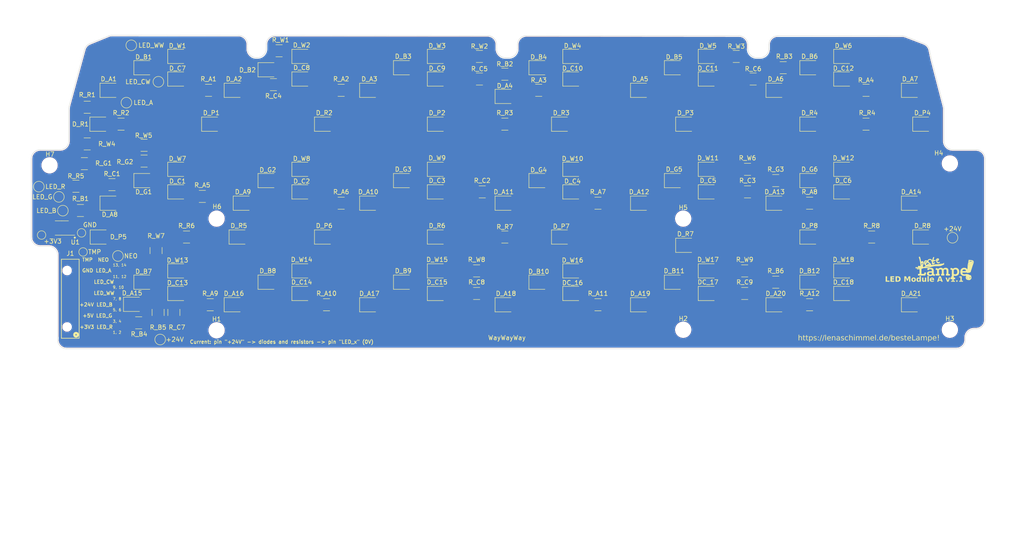
<source format=kicad_pcb>
(kicad_pcb (version 20221018) (generator pcbnew)
  (layers (0 "F.Cu" signal) (31 "B.Cu" power) (34 "B.Paste" user) (35 "F.Paste" user) (36 "B.SilkS" user "B.Silkscreen") (37 "F.SilkS" user "F.Silkscreen") (38 "B.Mask" user) (39 "F.Mask" user) (44 "Edge.Cuts" user))
  (net 0 "")
  (net 1 "Net-(DC_16-K)")
  (net 2 "/LED_R")
  (net 3 "Net-(DC_16-A)")
  (net 4 "Net-(DC_17-A)")
  (net 5 "Net-(D_A1-A)")
  (net 6 "Net-(D_A2-A)")
  (net 7 "Net-(D_A2-K)")
  (net 8 "Net-(D_A3-A)")
  (net 9 "Net-(D_A3-K)")
  (net 10 "+24V")
  (net 11 "Net-(D_A4-A)")
  (net 12 "Net-(D_A5-A)")
  (net 13 "Net-(D_A5-K)")
  (net 14 "Net-(D_A6-A)")
  (net 15 "Net-(D_A7-K)")
  (net 16 "Net-(D_A8-A)")
  (net 17 "Net-(D_A9-A)")
  (net 18 "/LED_A")
  (net 19 "Net-(D_A9-K)")
  (net 20 "Net-(D_A10-A)")
  (net 21 "Net-(D_A10-K)")
  (net 22 "Net-(D_A11-A)")
  (net 23 "Net-(D_A12-A)")
  (net 24 "Net-(D_A12-K)")
  (net 25 "Net-(D_A13-A)")
  (net 26 "Net-(D_A14-K)")
  (net 27 "Net-(D_A15-A)")
  (net 28 "Net-(D_A16-A)")
  (net 29 "Net-(D_A16-K)")
  (net 30 "Net-(D_A17-A)")
  (net 31 "Net-(D_A17-K)")
  (net 32 "Net-(D_A18-A)")
  (net 33 "Net-(D_A19-A)")
  (net 34 "Net-(D_A19-K)")
  (net 35 "Net-(D_A20-A)")
  (net 36 "Net-(D_A21-K)")
  (net 37 "/LED_G")
  (net 38 "Net-(D_B1-K)")
  (net 39 "Net-(D_B1-A)")
  (net 40 "Net-(D_B2-A)")
  (net 41 "Net-(D_B3-A)")
  (net 42 "Net-(D_B4-K)")
  (net 43 "/LED_B")
  (net 44 "Net-(D_B4-A)")
  (net 45 "Net-(D_B5-A)")
  (net 46 "Net-(D_B6-K)")
  (net 47 "Net-(D_B7-K)")
  (net 48 "Net-(D_B7-A)")
  (net 49 "Net-(D_B8-A)")
  (net 50 "Net-(D_B10-K)")
  (net 51 "Net-(D_B10-A)")
  (net 52 "Net-(D_B11-A)")
  (net 53 "Net-(D_B12-K)")
  (net 54 "Net-(D_C1-K)")
  (net 55 "/LED_WW")
  (net 56 "Net-(D_C1-A)")
  (net 57 "Net-(D_C2-A)")
  (net 58 "Net-(D_C3-A)")
  (net 59 "Net-(D_C4-K)")
  (net 60 "Net-(D_C4-A)")
  (net 61 "Net-(D_C5-A)")
  (net 62 "Net-(D_C6-K)")
  (net 63 "Net-(D_C7-A)")
  (net 64 "Net-(D_C8-K)")
  (net 65 "Net-(D_C8-A)")
  (net 66 "Net-(D_C9-A)")
  (net 67 "Net-(D_C10-K)")
  (net 68 "Net-(D_C10-A)")
  (net 69 "Net-(D_C11-A)")
  (net 70 "Net-(D_C12-K)")
  (net 71 "Net-(D_C13-K)")
  (net 72 "Net-(D_C13-A)")
  (net 73 "Net-(D_C14-A)")
  (net 74 "Net-(D_C15-A)")
  (net 75 "Net-(D_C18-K)")
  (net 76 "Net-(D_G1-K)")
  (net 77 "Net-(D_G1-A)")
  (net 78 "Net-(D_G2-A)")
  (net 79 "Net-(D_G3-A)")
  (net 80 "Net-(D_G4-A)")
  (net 81 "Net-(D_G5-A)")
  (net 82 "Net-(D_G6-K)")
  (net 83 "Net-(D_P1-A)")
  (net 84 "Net-(D_P1-K)")
  (net 85 "+3V3")
  (net 86 "+5V")
  (net 87 "GND")
  (net 88 "/LED_CW")
  (net 89 "/NEO")
  (net 90 "/TEMP")
  (net 91 "Net-(D_P2-A)")
  (net 92 "Net-(D_P2-K)")
  (net 93 "Net-(D_P3-A)")
  (net 94 "Net-(D_P3-K)")
  (net 95 "Net-(D_P4-K)")
  (net 96 "Net-(D_P5-A)")
  (net 97 "Net-(D_P5-K)")
  (net 98 "Net-(D_P6-A)")
  (net 99 "Net-(D_P6-K)")
  (net 100 "Net-(D_P7-A)")
  (net 101 "Net-(D_P7-K)")
  (net 102 "Net-(D_P8-A)")
  (net 103 "Net-(D_P8-K)")
  (net 104 "Net-(D_R1-K)")
  (net 105 "Net-(D_R3-K)")
  (net 106 "Net-(D_R4-A)")
  (net 107 "Net-(D_R5-K)")
  (net 108 "Net-(D_R6-A)")
  (net 109 "Net-(D_R8-K)")
  (net 110 "Net-(D_W1-A)")
  (net 111 "Net-(D_W2-K)")
  (net 112 "Net-(D_W2-A)")
  (net 113 "Net-(D_W3-A)")
  (net 114 "Net-(D_W4-K)")
  (net 115 "Net-(D_W4-A)")
  (net 116 "Net-(D_W5-A)")
  (net 117 "Net-(D_W6-K)")
  (net 118 "Net-(D_W7-K)")
  (net 119 "Net-(D_W7-A)")
  (net 120 "Net-(D_W8-A)")
  (net 121 "Net-(D_W10-K)")
  (net 122 "Net-(D_W10-A)")
  (net 123 "Net-(D_W11-A)")
  (net 124 "Net-(D_W12-K)")
  (net 125 "Net-(D_W13-K)")
  (net 126 "Net-(D_W13-A)")
  (net 127 "Net-(D_W14-A)")
  (net 128 "Net-(D_W15-A)")
  (net 129 "Net-(D_W16-K)")
  (net 130 "Net-(D_W16-A)")
  (net 131 "Net-(D_W17-A)")
  (net 132 "Net-(D_W18-K)")
  (net 138 "Net-(R_B4-Pad2)")
  (net 139 "Net-(R_G1-Pad2)")
  (net 140 "Net-(R_W4-Pad2)")
  (net 141 "Net-(D_R1-A)")
  (footprint "Resistor_SMD:R_1210_3225Metric" (layer "F.Cu") (at 71.8312 121.1072 90)
    (fp_text reference "R_B5")
    (fp_text value "15 Ohm, 0.5W, 1%, 1210 package")
  )
  (footprint "LED_SMD:LED_2835_CREE_JSE28L3E5_Big_Anode" (layer "F.Cu") (at 58.75 104.14)
    (fp_text reference "D_P5")
    (fp_text value "Photo Red")
  )
  (footprint "LED_SMD:LED_2835_CREE_JSE28L3E5" (layer "F.Cu") (at 165.1 116.84)
    (fp_text reference "DC_16")
    (fp_text value "Cold White")
  )
  (footprint "LED_SMD:LED_2835_CREE_JSE28L3E5_Big_Anode" (layer "F.Cu") (at 180.34 119.38)
    (fp_text reference "D_A19")
    (fp_text value "Amber")
  )
  (footprint "Resistor_SMD:R_1210_3225Metric" (layer "F.Cu") (at 205.74 68.58)
    (fp_text reference "R_C6")
    (fp_text value "18 Ohm, 0.5W, 1%, 1210 package")
  )
  (footprint "LED_SMD:LED_2835_CREE_JSE28L3E5_Big_Anode" (layer "F.Cu") (at 109.22 104.14)
    (fp_text reference "D_P6")
    (fp_text value "Photo Red")
  )
  (footprint "LED_SMD:LED_2835_CREE_JSE28L3E5_Big_Anode" (layer "F.Cu") (at 149.86 119.38)
    (fp_text reference "D_A18")
    (fp_text value "Amber")
  )
  (footprint "LED_SMD:LED_2835_CREE_JSE28L3E5" (layer "F.Cu") (at 187.96 66.04)
    (fp_text reference "D_B5")
    (fp_text value "Royal Blue")
  )
  (footprint "LED_SMD:LED_2835_CREE_JSE28L3E5_Big_Anode" (layer "F.Cu") (at 58.674 78.74)
    (fp_text reference "D_R1")
    (fp_text value "Red")
  )
  (footprint "LED_SMD:LED_2835_CREE_JSE28L3E5" (layer "F.Cu") (at 104.14 116.84)
    (fp_text reference "D_C14")
    (fp_text value "Cold White")
  )
  (footprint "Resistor_SMD:R_1210_3225Metric" (layer "F.Cu") (at 218.44 96.52)
    (fp_text reference "R_A8")
    (fp_text value "18 Ohm, 0.5W, 1%, 1210 package")
  )
  (footprint "LED_SMD:LED_2835_CREE_JSE28L3E5_Big_Anode" (layer "F.Cu") (at 241.3 71.12)
    (fp_text reference "D_A7")
    (fp_text value "Amber")
  )
  (footprint "LED_SMD:LED_2835_CREE_JSE28L3E5" (layer "F.Cu") (at 104.14 111.76)
    (fp_text reference "D_W14")
    (fp_text value "Warm White")
  )
  (footprint "Resistor_SMD:R_1210_3225Metric" (layer "F.Cu") (at 210.82 114.3)
    (fp_text reference "R_B6")
    (fp_text value "15 Ohm, 0.5W, 1%, 1210 package")
  )
  (footprint "LED_SMD:LED_2835_CREE_JSE28L3E5_Big_Anode" (layer "F.Cu") (at 162.56 78.74)
    (fp_text reference "D_R3")
    (fp_text value "Red")
  )
  (footprint "MountingHole:MountingHole_3.2mm_M3" (layer "F.Cu") (at 85 100)
    (fp_text reference "H6")
    (fp_text value "MountingHole")
  )
  (footprint "Resistor_SMD:R_1210_3225Metric" (layer "F.Cu") (at 210.82 91.44)
    (fp_text reference "R_G3")
    (fp_text value "18 Ohm, 0.5W, 1%, 1210 package")
  )
  (footprint "LED_SMD:LED_2835_CREE_JSE28L3E5_Big_Anode" (layer "F.Cu") (at 190.5 78.74)
    (fp_text reference "D_P3")
    (fp_text value "Photo Red")
  )
  (footprint "Resistor_SMD:R_1210_3225Metric" (layer "F.Cu") (at 78.232 104.14)
    (fp_text reference "R_R6")
    (fp_text value "15 Ohm, 0.5W, 1%, 1210 package")
  )
  (footprint "Resistor_SMD:R_1210_3225Metric" (layer "F.Cu") (at 232.41 104.14)
    (fp_text reference "R_R8")
    (fp_text value "15 Ohm, 0.5W, 1%, 1210 package")
  )
  (footprint "MountingHole:MountingHole_3.2mm_M3" (layer "F.Cu") (at 250 125)
    (fp_text reference "H3")
    (fp_text value "MountingHole")
  )
  (footprint "LED_SMD:LED_2835_CREE_JSE28L3E5" (layer "F.Cu") (at 157.48 91.44)
    (fp_text reference "D_G4")
    (fp_text value "Green")
  )
  (footprint "MountingHole:MountingHole_3.2mm_M3" (layer "F.Cu") (at 250 87.576)
    (fp_text reference "H4")
    (fp_text value "MountingHole")
  )
  (footprint "LED_SMD:LED_2835_CREE_JSE28L3E5_Big_Anode" (layer "F.Cu") (at 190.5 106)
    (fp_text reference "D_R7")
    (fp_text value "Red")
  )
  (footprint "LED_SMD:LED_2835_CREE_JSE28L3E5_Big_Anode" (layer "F.Cu") (at 180.34 96.52)
    (fp_text reference "D_A12")
    (fp_text value "Amber")
  )
  (footprint "Resistor_SMD:R_1210_3225Metric" (layer "F.Cu") (at 149.86 104.14)
    (fp_text reference "R_R7")
    (fp_text value "15 Ohm, 0.5W, 1%, 1210 package")
  )
  (footprint "TestPoint:TestPoint_Pad_D2.0mm" (layer "F.Cu") (at 65.8 61)
    (fp_text reference "LED_WW")
    (fp_text value "TestPoint_Pad_D2.0mm")
  )
  (footprint "TestPoint:TestPoint_Pad_D2.0mm" (layer "F.Cu") (at 49.5 95.1)
    (fp_text reference "LED_G")
    (fp_text value "TestPoint_Pad_D2.0mm")
  )
  (footprint "LED_SMD:LED_2835_CREE_JSE28L3E5_Big_Anode" (layer "F.Cu") (at 88.9 119.37)
    (fp_text reference "D_A16")
    (fp_text value "Amber")
  )
  (footprint "TestPoint:TestPoint_Pad_D1.5mm" (layer "F.Cu") (at 54.6 103.2)
    (fp_text reference "GND")
    (fp_text value "TestPoint_Pad_D1.5mm")
  )
  (footprint "LED_SMD:LED_2835_CREE_JSE28L3E5" (layer "F.Cu") (at 157.48 114.3)
    (fp_text reference "D_B10")
    (fp_text value "Royal Blue")
  )
  (footprint "LED_SMD:LED_2835_CREE_JSE28L3E5_Big_Anode" (layer "F.Cu") (at 243.84 78.74)
    (fp_text reference "D_P4")
    (fp_text value "Photo Red")
  )
  (footprint "Resistor_SMD:R_1210_3225Metric" (layer "F.Cu") (at 143.51 116.84)
    (fp_text reference "R_C8")
    (fp_text value "18 Ohm, 0.5W, 1%, 1210 package")
  )
  (footprint "Resistor_SMD:R_1210_3225Metric" (layer "F.Cu") (at 231.14 71.12)
    (fp_text reference "R_A4")
    (fp_text value "18 Ohm, 0.5W, 1%, 1210 package")
  )
  (footprint "Resistor_SMD:R_1210_3225Metric" (layer "F.Cu") (at 144.78 93.98)
    (fp_text reference "R_C2")
    (fp_text value "18 Ohm, 0.5W, 1%, 1210 package")
  )
  (footprint "Resistor_SMD:R_1210_3225Metric" (layer "F.Cu") (at 53.34 92.71)
    (fp_text reference "R_R5")
    (fp_text value "4.7 Ohm, 0.33W, 5%, 1210 package")
  )
  (footprint "LED_SMD:LED_2835_CREE_JSE28L3E5" (layer "F.Cu") (at 226.06 68.58)
    (fp_text reference "D_C12")
    (fp_text value "Cold White")
  )
  (footprint "LED_SMD:LED_2835_CREE_JSE28L3E5_Big_Anode" (layer "F.Cu") (at 218.44 78.74)
    (fp_text reference "D_R4")
    (fp_text value "Red")
  )
  (footprint "LED_SMD:LED_2835_CREE_JSE28L3E5" (layer "F.Cu") (at 195.58 63.5)
    (fp_text reference "D_W5")
    (fp_text value "Warm White")
  )
  (footprint "LED_SMD:LED_2835_CREE_JSE28L3E5" (layer "F.Cu") (at 218.44 114.3)
    (fp_text reference "D_B12")
    (fp_text value "Royal Blue")
  )
  (footprint "LED_SMD:LED_2835_CREE_JSE28L3E5" (layer "F.Cu") (at 226.06 93.98)
    (fp_text reference "D_C6")
    (fp_text value "Cold White")
  )
  (footprint "LED_SMD:LED_2835_CREE_JSE28L3E5" (layer "F.Cu") (at 165.1 111.76)
    (fp_text reference "D_W16")
    (fp_text value "Warm White")
  )
  (footprint "LED_SMD:LED_2835_CREE_JSE28L3E5" (layer "F.Cu") (at 195.58 111.76)
    (fp_text reference "D_W17")
    (fp_text value "Warm White")
  )
  (footprint "Resistor_SMD:R_1210_3225Metric" (layer "F.Cu") (at 203.835 111.76)
    (fp_text reference "R_W9")
    (fp_text value "18 Ohm, 0.5W, 1%, 1210 package")
  )
  (footprint "Resistor_SMD:R_1210_3225Metric" (layer "F.Cu") (at 54.356 98.171)
    (fp_text reference "R_B1")
    (fp_text value "15 Ohm, 0.5W, 1%, 1210 package")
  )
  (footprint "LOGO" (layer "F.Cu") (at 249.07915 110.898269)
    (fp_text reference "" hide)
    (fp_text value "" hide)
  )
  (footprint "LED_SMD:LED_2835_CREE_JSE28L3E5" (layer "F.Cu") (at 226.06 88.9)
    (fp_text reference "D_W12")
    (fp_text value "Warm White")
  )
  (footprint "LED_SMD:LED_2835_CREE_JSE28L3E5" (layer "F.Cu") (at 134.62 68.58)
    (fp_text reference "D_C9")
    (fp_text value "Cold White")
  )
  (footprint "Resistor_SMD:R_1210_3225Metric" (layer "F.Cu") (at 204.47 93.98)
    (fp_text reference "R_C3")
    (fp_text value "18 Ohm, 0.5W, 1%, 1210 package")
  )
  (footprint "Resistor_SMD:R_1210_3225Metric" (layer "F.Cu") (at 68.68 83.49)
    (fp_text reference "R_W5")
    (fp_text value "18 Ohm, 0.5W, 1%, 1210 package")
  )
  (footprint "Resistor_SMD:R_1210_3225Metric" (layer "F.Cu") (at 83.566 119.38)
    (fp_text reference "R_A9")
    (fp_text value "2.2 Ohm, 0.33W, 5%, 1210 package")
  )
  (footprint "LED_SMD:LED_2835_CREE_JSE28L3E5" (layer "F.Cu") (at 218.44 66.04)
    (fp_text reference "D_B6")
    (fp_text value "Royal Blue")
  )
  (footprint "LED_SMD:LED_2835_CREE_JSE28L3E5" (layer "F.Cu") (at 165.1 93.98)
    (fp_text reference "D_C4")
    (fp_text value "Cold White")
  )
  (footprint "LED_SMD:LED_2835_CREE_JSE28L3E5_Big_Anode" (layer "F.Cu") (at 90 104.14)
    (fp_text reference "D_R5")
    (fp_text value "Red")
  )
  (footprint "TestPoint:TestPoint_Pad_D2.0mm" (layer "F.Cu") (at 62.8 108.4)
    (fp_text reference "NEO")
    (fp_text value "TestPoint_Pad_D2.0mm")
  )
  (footprint "LED_SMD:LED_2835_CREE_JSE28L3E5" (layer "F.Cu") (at 226.06 116.84)
    (fp_text reference "D_C18")
    (fp_text value "Cold White")
  )
  (footprint "MountingHole:MountingHole_3.2mm_M3" (layer "F.Cu") (at 85 125.1204)
    (fp_text reference "H1")
    (fp_text value "MountingHole")
  )
  (footprint "LED_SMD:LED_2835_CREE_JSE28L3E5" (layer "F.Cu") (at 104.14 88.9)
    (fp_text reference "D_W8")
    (fp_text value "Warm White")
  )
  (footprint "LED_SMD:LED_2835_CREE_JSE28L3E5_Big_Anode" (layer "F.Cu") (at 83.82 78.74)
    (fp_text reference "D_P1")
    (fp_text value "Photo Red")
  )
  (footprint "LED_SMD:LED_2835_CREE_JSE28L3E5" (layer "F.Cu") (at 187.96 114.3)
    (fp_text reference "D_B11")
    (fp_text value "Royal Blue")
  )
  (footprint "LED_SMD:LED_2835_CREE_JSE28L3E5" (layer "F.Cu") (at 68.58 91.44)
    (fp_text reference "D_G1")
    (fp_text value "Green")
  )
  (footprint "LED_SMD:LED_2835_CREE_JSE28L3E5" (layer "F.Cu") (at 195.58 116.84)
    (fp_text reference "DC_17")
    (fp_text value "Cold White")
  )
  (footprint "Resistor_SMD:R_1210_3225Metric" (layer "F.Cu") (at 231.14 78.74)
    (fp_text reference "R_R4")
    (fp_text value "15 Ohm, 0.5W, 1%, 1210 package")
  )
  (footprint "Package_SO:MSOP-8_3x3mm_P0.65mm" (layer "F.Cu") (at 50.165 102.108 180)
    (fp_text reference "U1")
    (fp_text value "DS18B20U+")
  )
  (footprint "LED_SMD:LED_2835_CREE_JSE28L3E5_Big_Anode" (layer "F.Cu") (at 149.86 72.5)
    (fp_text reference "D_A4")
    (fp_text value "Amber")
  )
  (footprint "LED_SMD:LED_2835_CREE_JSE28L3E5_Big_Anode" (layer "F.Cu") (at 88.9 71.12)
    (fp_text reference "D_A2")
    (fp_text value "Amber")
  )
  (footprint "LED_SMD:LED_2835_CREE_JSE28L3E5_Big_Anode" (layer "F.Cu") (at 241.3 119.38)
    (fp_text reference "D_A21")
    (fp_text value "Amber")
  )
  (footprint "Resistor_SMD:R_1210_3225Metric" (layer "F.Cu") (at 170.815 119.38)
    (fp_text reference "R_A11")
    (fp_text value "18 Ohm, 0.5W, 1%, 1210 package")
  )
  (footprint "Resistor_SMD:R_1210_3225Metric" (layer "F.Cu") (at 63.5 78.74)
    (fp_text reference "R_R2")
    (fp_text value "15 Ohm, 0.5W, 1%, 1210 package")
  )
  (footprint "LED_SMD:LED_2835_CREE_JSE28L3E5" (layer "F.Cu") (at 187.96 91.44)
    (fp_text reference "D_G5")
    (fp_text value "Green")
  )
  (footprint "Resistor_SMD:R_1210_3225Metric" (layer "F.Cu") (at 157.48 71.12)
    (fp_text reference "R_A3")
    (fp_text value "18 Ohm, 0.5W, 1%, 1210 package")
  )
  (footprint "TestPoint:TestPoint_Pad_D2.0mm" (layer "F.Cu") (at 71.9 69.2)
    (fp_text reference "LED_CW")
    (fp_text value "TestPoint_Pad_D2.0mm")
  )
  (footprint "Resistor_SMD:R_1210_3225Metric" (layer "F.Cu") (at 55.88 74.93 180)
    (fp_text reference "R_R1")
    (fp_text value "4.7 Ohm, 0.33W, 5%, 1210 package")
  )
  (footprint "Resistor_SMD:R_1210_3225Metric" (layer "F.Cu") (at 75.3872 121.1072 90)
    (fp_text reference "R_C7")
    (fp_text value "18 Ohm, 0.5W, 1%, 1210 package")
  )
  (footprint "LED_SMD:LED_2835_CREE_JSE28L3E5" (layer "F.Cu") (at 127 66.04)
    (fp_text reference "D_B3")
    (fp_text value "Royal Blue")
  )
  (footprint "LED_SMD:LED_2835_CREE_JSE28L3E5" (layer "F.Cu") (at 195.58 68.58)
    (fp_text reference "D_C11")
    (fp_text value "Cold White")
  )
  (footprint "LED_SMD:LED_2835_CREE_JSE28L3E5" (layer "F.Cu") (at 226.06 111.76)
    (fp_text reference "D_W18")
    (fp_text value "Warm White")
  )
  (footprint "LED_SMD:LED_2835_CREE_JSE28L3E5" (layer "F.Cu") (at 165.1 63.5)
    (fp_text reference "D_W4")
    (fp_text value "Warm White")
  )
  (footprint "Resistor_SMD:R_1210_3225Metric" (layer "F.Cu") (at 61.45 92.35)
    (fp_text reference "R_C1")
    (fp_text value "18 Ohm, 0.5W, 1%, 1210 package")
  )
  (footprint "LED_SMD:LED_2835_CREE_JSE28L3E5_Big_Anode" (layer "F.Cu") (at 66.2432 119.2784)
    (fp_text reference "D_A15")
    (fp_text value "Amber")
  )
  (footprint "LED_SMD:LED_2835_CREE_JSE28L3E5" (layer "F.Cu") (at 104.14 93.98)
    (fp_text reference "D_C2")
    (fp_text value "Cold White")
  )
  (footprint "LED_SMD:LED_2835_CREE_JSE28L3E5" (layer "F.Cu") (at 127 91.44)
    (fp_text reference "D_G3")
    (fp_text value "Green")
  )
  (footprint "Resistor_SMD:R_1210_3225Metric" (layer "F.Cu") (at 83.185 71.12)
    (fp_text reference "R_A1")
    (fp_text value "2.2 Ohm, 0.33W, 5%, 1210 package")
  )
  (footprint "LED_SMD:LED_2835_CREE_JSE28L3E5" (layer "F.Cu") (at 104.14 68.58)
    (fp_text reference "D_C8")
    (fp_text value "Cold White")
  )
  (footprint "LED_SMD:LED_2835_CREE_JSE28L3E5" (layer "F.Cu") (at 134.62 88.9)
    (fp_text reference "D_W9")
    (fp_text value "Warm White")
  )
  (footprint "Resistor_SMD:R_1210_3225Metric" (layer "F.Cu") (at 144.145 68.58)
    (fp_text reference "R_C5")
    (fp_text value "18 Ohm, 0.5W, 1%, 1210 package")
  )
  (footprint "LED_SMD:LED_2835_CREE_JSE28L3E5_Big_Anode" (layer "F.Cu") (at 180.34 71.12)
    (fp_text reference "D_A5")
    (fp_text value "Amber")
  )
  (footprint "LED_SMD:LED_2835_CREE_JSE28L3E5" (layer "F.Cu") (at 226.06 63.5)
    (fp_text reference "D_W6")
    (fp_text value "Warm White")
  )
  (footprint "MountingHole:MountingHole_3.2mm_M3" (layer "F.Cu") (at 47.41 88)
    (fp_text reference "H7")
    (fp_text value "MountingHole")
  )
  (footprint "TestPoint:TestPoint_Pad_D1.5mm" (layer "F.Cu") (at 45.61 103.69)
    (fp_text reference "+3V3")
    (fp_text value "TestPoint_Pad_D1.5mm")
  )
  (footprint "LED_SMD:LED_2835_CREE_JSE28L3E5_Big_Anode" (layer "F.Cu") (at 60.96 96.52)
    (fp_text reference "D_A8")
    (fp_text value "Amber")
  )
  (footprint "Resistor_SMD:R_1210_3225Metric" (layer "F.Cu") (at 109.728 119.38)
    (fp_text reference "R_A10")
    (fp_text value "18 Ohm, 0.5W, 1%, 1210 package")
  )
  (footprint "Resistor_SMD:R_1210_3225Metric" (layer "F.Cu") (at 201.93 63.5)
    (fp_text reference "R_W3")
    (fp_text value "18 Ohm, 0.5W, 1%, 1210 package")
  )
  (footprint "TestPoint:TestPoint_Pad_D2.0mm" (layer "F.Cu") (at 250.6 104.3)
    (fp_text reference "+24V")
    (fp_text value "TestPoint_Pad_D2.0mm")
  )
  (footprint "LED_SMD:LED_2835_CREE_JSE28L3E5_Big_Anode" (layer "F.Cu") (at 210.82 119.38)
    (fp_text reference "D_A20")
    (fp_text value "Amber")
  )
  (footprint "Resistor_SMD:R_1210_3225Metric" (layer "F.Cu") (at 149.86 78.74)
    (fp_text reference "R_R3")
    (fp_text value "15 Ohm, 0.5W, 1%, 1210 package")
  )
  (footprint "LED_SMD:LED_2835_CREE_JSE28L3E5_Big_Anode" (layer "F.Cu") (at 90.932 96.52)
    (fp_text reference "D_A9")
    (fp_text value "Amber")
  )
  (footprint "TestPoint:TestPoint_Pad_D2.0mm" (layer "F.Cu") (at 45 92.8)
    (fp_text reference "LED_R")
    (fp_text value "TestPoint_Pad_D2.0mm")
  )
  (footprint "LED_SMD:LED_2835_CREE_JSE28L3E5" (layer "F.Cu") (at 76.2 88.9)
    (fp_text reference "D_W7")
    (fp_text value "Warm White")
  )
  (footprint "LED_SMD:LED_2835_CREE_JSE28L3E5" (layer "F.Cu") (at 165.1 68.58)
    (fp_text reference "D_C10")
    (fp_text value "Cold White")
  )
  (footprint "LED_SMD:LED_2835_CREE_JSE28L3E5_Big_Anode" (layer "F.Cu") (at 210.82 71.12)
    (fp_text reference "D_A6")
    (fp_text value "Amber")
  )
  (footprint "LED_SMD:LED_2835_CREE_JSE28L3E5_Big_Anode" (layer "F.Cu") (at 218.44 104.14)
    (fp_text reference "D_P8")
    (fp_text value "Photo Red")
  )
  (footprint "LED_SMD:LED_2835_CREE_JSE28L3E5" (layer "F.Cu") (at 96.52 91.44)
    (fp_text reference "D_G2")
    (fp_text value "Green")
  )
  (footprint "LED_SMD:LED_2835_CREE_JSE28L3E5" (layer "F.Cu") (at 134.62 93.98)
    (fp_text reference "D_C3")
    (fp_text value "Cold White")
  )
  (footprint "LED_SMD:LED_2835_CREE_JSE28L3E5" (layer "F.Cu") (at 127 114.3)
    (fp_text reference "D_B9")
    (fp_text value "Royal Blue")
  )
  (footprint "Resistor_SMD:R_1210_3225Metric" (layer "F.Cu") (at 68.68 87.046)
    (fp_text reference "R_G2")
    (fp_text value "18 Ohm, 0.5W, 1%, 1210 package")
  )
  (footprint "LED_SMD:LED_2835_CREE_JSE28L3E5" (layer "F.Cu") (at 76.2 111.76)
    (fp_text reference "D_W13")
    (fp_text value "Warm White")
  )
  (footprint "Resistor_SMD:R_1210_3225Metric" (layer "F.Cu") (at 203.835 116.84)
    (fp_text reference "R_C9")
    (fp_text value "18 Ohm, 0.5W, 1%, 1210 package")
  )
  (footprint "LED_SMD:LED_2835_CREE_JSE28L3E5" (layer "F.Cu") (at 96.52 66.5)
    (fp_text reference "D_B2")
    (fp_text value "Royal Blue")
  )
  (footprint "LED_SMD:LED_2835_CREE_JSE28L3E5" (layer "F.Cu") (at 68.58 114.3)
    (fp_text reference "D_B7")
    (fp_text value "Royal Blue")
  )
  (footprint "LED_SMD:LED_2835_CREE_JSE28L3E5" (layer "F.Cu") (at 157.48 66.04)
    (fp_text reference "D_B4")
    (fp_text value "Royal Blue")
  )
  (footprint "Resistor_SMD:R_1210_3225Metric" (layer "F.Cu") (at 204.47 88.9)
    (fp_text reference "R_W6")
    (fp_text value "18 Ohm, 0.5W, 1%, 1210 package")
  )
  (footprint "Resistor_SMD:R_1210_3225Metric" (layer "F.Cu") (at 218.44 119.38)
    (fp_text reference "R_A12")
    (fp_text value "18 Ohm, 0.5W, 1%, 1210 package")
  )
  (footprint "Resistor_SMD:R_1210_3225Metric" (layer "F.Cu") (at 55.245 87.63)
    (fp_text reference "R_G1")
    (fp_text value "18 Ohm, 0.5W, 1%, 1210 package")
  )
  (footprint "LED_SMD:LED_2835_CREE_JSE28L3E5_Big_Anode" (layer "F.Cu") (at 60.96 71.12)
    (fp_text reference "D_A1")
    (fp_text value "Amber")
  )
  (footprint "LED_SMD:LED_2835_CREE_JSE28L3E5_Big_Anode" (layer "F.Cu") (at 119.38 96.52)
    (fp_text reference "D_A10")
    (fp_text value "Amber")
  )
  (footprint "LED_SMD:LED_2835_CREE_JSE28L3E5" (layer "F.Cu") (at 134.62 63.5)
    (fp_text reference "D_W3")
    (fp_text value "Warm White")
  )
  (footprint "Resistor_SMD:R_1210_3225Metric" (layer "F.Cu") (at 67.4624 123.444)
    (fp_text reference "R_B4")
    (fp_text value "15 Ohm, 0.5W, 1%, 1210 package")
  )
  (footprint "Resistor_SMD:R_1210_3225Metric" (layer "F.Cu") (at 97.79 69.85)
    (fp_text reference "R_C4")
    (fp_text value "18 Ohm, 0.5W, 1%, 1210 package")
  )
  (footprint "LED_SMD:LED_2835_CREE_JSE28L3E5" (layer "F.Cu") (at 76.2 93.98)
    (fp_text reference "D_C1")
    (fp_text value "Cold White")
  )
  (footprint "LED_SMD:LED_2835_CREE_JSE28L3E5" (layer "F.Cu") (at 96.52 114.3)
    (fp_text reference "D_B8")
    (fp_text value "Royal Blue")
  )
  (footprint "LED_SMD:LED_2835_CREE_JSE28L3E5" (layer "F.Cu") (at 76.2 68.58)
    (fp_text reference "D_C7")
    (fp_text value "Cold White")
  )
  (footprint "LED_SMD:LED_2835_CREE_JSE28L3E5" (layer "F.Cu") (at 104.14 63.5)
    (fp_text reference "D_W2")
    (fp_text value "Warm White")
  )
  (footprint "LED_SMD:LED_2835_CREE_JSE28L3E5_Big_Anode" (layer "F.Cu") (at 109.22 78.74)
    (fp_text reference "D_R2")
    (fp_text value "Red")
  )
  (footprint "Resistor_SMD:R_1210_3225Metric" (layer "F.Cu") (at 55.88 83.185)
    (fp_text reference "R_W4")
    (fp_text value "18 Ohm, 0.5W, 1%, 1210 package")
  )
  (footprint "LED_SMD:LED_2835_CREE_JSE28L3E5_Big_Anode" (layer "F.Cu") (at 134.62 78.74)
    (fp_text reference "D_P2")
    (fp_text value "Photo Red")
  )
  (footprint "LED_SMD:LED_2835_CREE_JSE28L3E5_Big_Anode" (layer "F.Cu") (at 241.3 96.52)
    (fp_text reference "D_A14")
    (fp_text value "Amber")
  )
  (footprint "LED_SMD:LED_2835_CREE_JSE28L3E5" (layer "F.Cu") (at 195.58 93.98)
    (fp_text reference "D_C5")
    (fp_text value "Cold White")
  )
  (footprint "Resistor_SMD:R_1210_3225Metric" (layer "F.Cu") (at 113.03 96.52)
    (fp_text reference "R_A6")
    (fp_text value "18 Ohm, 0.5W, 1%, 1210 package")
  )
  (footprint "TestPoint:TestPoint_Pad_D2.0mm" (layer "F.Cu") (at 72.3 127.2)
    (fp_text reference "+24V")
    (fp_text value "TestPoint_Pad_D2.0mm")
  )
  (footprint "TestPoint:TestPoint_Pad_D2.0mm" (layer "F.Cu") (at 50.4 98.2)
    (fp_text reference "LED_B")
    (fp_text value "TestPoint_Pad_D2.0mm")
  )
  (footprint "LED_SMD:LED_2835_CREE_JSE28L3E5_Big_Anode" (layer "F.Cu") (at 119.38 119.38)
    (fp_text reference "D_A17")
    (fp_text value "Amber")
  )
  (footprint "LED_SMD:LED_2835_CREE_JSE28L3E5" (layer "F.Cu") (at 134.62 116.84)
    (fp_text reference "D_C15")
    (fp_text value "Cold White")
  )
  (footprint "LED_SMD:LED_2835_CREE_JSE28L3E5" (layer "F.Cu") (at 134.62 111.76)
    (fp_text reference "D_W15")
    (fp_text value "Warm White")
  )
  (footprint "LED_SMD:LED_2835_CREE_JSE28L3E5" (layer "F.Cu") (at 218.44 91.44)
    (fp_text reference "D_G6")
    (fp_text value "Green")
  )
  (footprint "Resistor_SMD:R_1210_3225Metric" (layer "F.Cu") (at 81.788 94.996)
    (fp_text reference "R_A5")
    (fp_text value "2.2 Ohm, 0.33W, 5%, 1210 package")
  )
  (footprint "TestPoint:TestPoint_Pad_D2.0mm" (layer "F.Cu") (at 64.7 73.9)
    (fp_text reference "LED_A")
    (fp_text value "TestPoint_Pad_D2.0mm")
  )
  (footprint "Resistor_SMD:R_1210_3225Metric" (layer "F.Cu") (at 143.51 111.76)
    (fp_text reference "R_W8")
    (fp_text value "18 Ohm, 0.5W, 1%, 1210 package")
  )
  (footprint "LED_SMD:LED_2835_CREE_JSE28L3E5" (layer "F.Cu") (at 68.58 66.04)
    (fp_text reference "D_B1")
    (fp_text value "Royal Blue")
  )
  (footprint "TestPoint:TestPoint_Pad_D1.5mm" (layer "F.Cu") (at 54.95 107.5)
    (fp_text reference "TMP")
    (fp_text value "TestPoint_Pad_D1.5mm")
  )
  (footprint "LED_SMD:LED_2835_CREE_JSE28L3E5_Big_Anode" (layer "F.Cu") (at 134.62 104.14)
    (fp_text reference "D_R6")
    (fp_text value "Red")
  )
  (footprint "Resistor_SMD:R_1210_3225Metric" (layer "F.Cu") (at 144.145 63.5)
    (fp_text reference "R_W2")
    (fp_text value "18 Ohm, 0.5W, 1%, 1210 package")
  )
  (footprint "LED_SMD:LED_2835_CREE_JSE28L3E5_Big_Anode" (layer "F.Cu") (at 149.86 96.52)
    (fp_text reference "D_A11")
    (fp_text value "Amber")
  )
  (footprint "LED_SMD:LED_2835_CREE_JSE28L3E5" (layer "F.Cu") (at 76.2 63.5)
    (fp_text reference "D_W1")
    (fp_text value "Warm White")
  )
  (footprint "Resistor_SMD:R_1210_3225Metric" (layer "F.Cu") (at 149.86 67.5)
    (fp_text reference "R_B2")
    (fp_text value "15 Ohm, 0.5W, 1%, 1210 package")
  )
  (footprint "Pin Header Wuerth:610114249121" (layer "F.Cu") (at 51.341 118.026 -90)
    (fp_text reference "J1")
    (fp_text value "Connector Header Surface Mount, Right Angle 14 position 0.100 (2.54mm) ")
  )
  (footprint "Resistor_SMD:R_1210_3225Metric" (layer "F.Cu") (at 170.815 96.52)
    (fp_text reference "R_A7")
    (fp_text value "18 Ohm, 0.5W, 1%, 1210 package")
  )
  (footprint "LED_SMD:LED_2835_CREE_JSE28L3E5" (layer "F.Cu") (at 195.58 88.9)
    (fp_text reference "D_W11")
    (fp_text value "Warm White")
  )
  (footprint "LED_SMD:LED_2835_CREE_JSE28L3E5" (layer "F.Cu") (at 76.2 116.84)
    (fp_text reference "D_C13")
    (fp_text value "Cold White")
  )
  (footprint "Resistor_SMD:R_1210_3225Metric" (layer "F.Cu") (at 99.06 62.23)
    (fp_text reference "R_W1")
    (fp_text value "18 Ohm, 0.5W, 1%, 1210 package")
  )
  (footprint "LED_SMD:LED_2835_CREE_JSE28L3E5_Big_Anode" (layer "F.Cu") (at 162.56 104.14)
    (fp_text reference "D_P7")
    (fp_text value "Photo Red")
  )
  (footprint "Resistor_SMD:R_1210_3225Metric" (layer "F.Cu") (at 113.03 71.12)
    (fp_text reference "R_A2")
    (fp_text value "18 Ohm, 0.5W, 1%, 1210 package")
  )
  (footprint "LED_SMD:LED_2835_CREE_JSE28L3E5" (layer "F.Cu") (at 165.1 88.9)
    (fp_text reference "D_W10")
    (fp_text value "Warm White")
  )
  (footprint "Resistor_SMD:R_1210_3225Metric" (layer "F.Cu") (at 71.374 107.188 -90)
    (fp_text reference "R_W7")
    (fp_text value "18 Ohm, 0.5W, 1%, 1210 package")
  )
  (footprint "LED_SMD:LED_2835_CREE_JSE28L3E5_Big_Anode" (layer "F.Cu") (at 243.84 104.14)
    (fp_text reference "D_R8")
    (fp_text value "Red")
  )
  (footprint "LED_SMD:LED_2835_CREE_JSE28L3E5_Big_Anode" (layer "F.Cu") (at 210.82 96.52)
    (fp_text reference "D_A13")
    (fp_text value "Amber")
  )
  (footprint "MountingHole:MountingHole_3.2mm_M3" (layer "F.Cu") (at 190 100)
    (fp_text reference "H5")
    (fp_text value "MountingHole")
  )
  (footprint "LED_SMD:LED_2835_CREE_JSE28L3E5_Big_Anode" (layer "F.Cu") (at 119.38 71.12)
    (fp_text reference "D_A3")
    (fp_text value "Amber")
  )
  (footprint "Resistor_SMD:R_1210_3225Metric" (layer "F.Cu") (at 212.5 66.04)
    (fp_text reference "R_B3")
    (fp_text value "15 Ohm, 0.5W, 1%, 1210 package")
  )
  (footprint "MountingHole:MountingHole_3.2mm_M3" (layer "F.Cu") (at 190 125)
    (fp_text reference "H2")
    (fp_text value "MountingHole")
  )
  (gr_circle (center 53.086 104.267) (end 53.236 104.267) (stroke (width 0.15)) (fill solid) (layer "F.SilkS"))
  (gr_arc (start 253.48791 127.262363) (mid 252.902124 128.676577) (end 251.48791 129.262363) (stroke (width 0.1)) (layer "Edge.Cuts"))
  (gr_arc (start 60.701079 58.902365) (mid 61.072349 58.791485) (end 61.458032 58.754277) (stroke (width 0.1)) (layer "Edge.Cuts"))
  (gr_line (start 98.171221 58.784523) (end 145.994263 58.822463) (stroke (width 0.1)) (layer "Edge.Cuts"))
  (gr_line (start 61.458032 58.754277) (end 89.941688 58.778314) (stroke (width 0.1)) (layer "Edge.Cuts"))
  (gr_line (start 248.663848 75.255646) (end 248.663848 82.5) (stroke (width 0.1)) (layer "Edge.Cuts"))
  (gr_line (start 91.94 60.778313) (end 91.94 61.783975) (stroke (width 0.1)) (layer "Edge.Cuts"))
  (gr_line (start 251.48791 129.262363) (end 51.226773 129.26068) (stroke (width 0.1)) (layer "Edge.Cuts"))
  (gr_line (start 56.478631 60.624405) (end 60.701079 58.902365) (stroke (width 0.1)) (layer "Edge.Cuts"))
  (gr_arc (start 152.722314 61.783975) (mid 152.136537 63.19821) (end 150.722314 63.783975) (stroke (width 0.1)) (layer "Edge.Cuts"))
  (gr_line (start 209.277422 61.783975) (end 209.277422 60.872936) (stroke (width 0.1)) (layer "Edge.Cuts"))
  (gr_arc (start 202.547082 58.866693) (mid 203.960265 59.453043) (end 204.545488 60.866693) (stroke (width 0.1)) (layer "Edge.Cuts"))
  (gr_arc (start 93.94 63.783975) (mid 92.525786 63.198189) (end 91.94 61.783975) (stroke (width 0.1)) (layer "Edge.Cuts"))
  (gr_arc (start 51.226773 129.26068) (mid 49.812587 128.674884) (end 49.226773 127.26068) (stroke (width 0.1)) (layer "Edge.Cuts"))
  (gr_arc (start 149.992676 63.783975) (mid 148.578462 63.198189) (end 147.992676 61.783975) (stroke (width 0.1)) (layer "Edge.Cuts"))
  (gr_arc (start 209.277422 60.872936) (mid 209.863803 59.458101) (end 211.279136 58.872937) (stroke (width 0.1)) (layer "Edge.Cuts"))
  (gr_arc (start 47.226773 106.197319) (mid 48.641 106.783098) (end 49.226773 108.197319) (stroke (width 0.1)) (layer "Edge.Cuts"))
  (gr_arc (start 255.91418 84.5) (mid 257.328394 85.085786) (end 257.91418 86.5) (stroke (width 0.1)) (layer "Edge.Cuts"))
  (gr_arc (start 152.722314 60.828577) (mid 153.308664 59.4138) (end 154.723908 58.828577) (stroke (width 0.1)) (layer "Edge.Cuts"))
  (gr_line (start 154.723908 58.828577) (end 202.547082 58.866693) (stroke (width 0.1)) (layer "Edge.Cuts"))
  (gr_arc (start 250.663848 84.5) (mid 249.249603 83.914231) (end 248.663848 82.5) (stroke (width 0.1)) (layer "Edge.Cuts"))
  (gr_arc (start 245.842012 64.142275) (mid 245.830697 64.096528) (end 245.820462 64.050527) (stroke (width 0.1)) (layer "Edge.Cuts"))
  (gr_line (start 211.279136 58.872937) (end 239.310436 58.896961) (stroke (width 0.1)) (layer "Edge.Cuts"))
  (gr_arc (start 45.300964 106.199002) (mid 43.886791 105.6132) (end 43.300964 104.199002) (stroke (width 0.1)) (layer "Edge.Cuts"))
  (gr_line (start 93.94 63.783975) (end 94.169634 63.783975) (stroke (width 0.1)) (layer "Edge.Cuts"))
  (gr_line (start 45.300964 84.5) (end 49.740925 84.5) (stroke (width 0.1)) (layer "Edge.Cuts"))
  (gr_line (start 204.545488 60.866693) (end 204.545488 61.783975) (stroke (width 0.1)) (layer "Edge.Cuts"))
  (gr_arc (start 239.310436 58.896961) (mid 239.672241 58.930274) (end 240.022048 59.028494) (stroke (width 0.1)) (layer "Edge.Cuts"))
  (gr_line (start 245.842012 64.142275) (end 248.599544 74.752574) (stroke (width 0.1)) (layer "Edge.Cuts"))
  (gr_line (start 253.48791 126.794951) (end 253.48791 127.262363) (stroke (width 0.1)) (layer "Edge.Cuts"))
  (gr_line (start 149.992676 63.783975) (end 150.722314 63.783975) (stroke (width 0.1)) (layer "Edge.Cuts"))
  (gr_arc (start 253.48791 126.794951) (mid 254.073696 125.380737) (end 255.48791 124.794951) (stroke (width 0.1)) (layer "Edge.Cuts"))
  (gr_line (start 51.811562 74.741317) (end 55.304533 61.949479) (stroke (width 0.1)) (layer "Edge.Cuts"))
  (gr_arc (start 89.941688 58.778314) (mid 91.35481 59.364697) (end 91.94 60.778313) (stroke (width 0.1)) (layer "Edge.Cuts"))
  (gr_line (start 257.91418 86.5) (end 257.91418 122.794951) (stroke (width 0.1)) (layer "Edge.Cuts"))
  (gr_arc (start 257.91418 122.794951) (mid 257.328394 124.209165) (end 255.91418 124.794951) (stroke (width 0.1)) (layer "Edge.Cuts"))
  (gr_arc (start 96.169634 61.783975) (mid 95.583858 63.198217) (end 94.169634 63.783975) (stroke (width 0.1)) (layer "Edge.Cuts"))
  (gr_arc (start 51.740925 75.268154) (mid 51.758663 75.002378) (end 51.811562 74.741317) (stroke (width 0.1)) (layer "Edge.Cuts"))
  (gr_line (start 43.300964 104.199002) (end 43.300964 86.5) (stroke (width 0.1)) (layer "Edge.Cuts"))
  (gr_line (start 245.403219 62.065118) (end 245.820462 64.050527) (stroke (width 0.1)) (layer "Edge.Cuts"))
  (gr_line (start 206.545488 63.783975) (end 207.277422 63.783975) (stroke (width 0.1)) (layer "Edge.Cuts"))
  (gr_arc (start 206.545488 63.783975) (mid 205.131291 63.198183) (end 204.545488 61.783975) (stroke (width 0.1)) (layer "Edge.Cuts"))
  (gr_arc (start 248.599544 74.752574) (mid 248.647707 75.002063) (end 248.663848 75.255646) (stroke (width 0.1)) (layer "Edge.Cuts"))
  (gr_line (start 152.722314 61.783975) (end 152.722314 60.828577) (stroke (width 0.1)) (layer "Edge.Cuts"))
  (gr_line (start 96.169634 61.783975) (end 96.169634 60.784522) (stroke (width 0.1)) (layer "Edge.Cuts"))
  (gr_line (start 47.226773 106.197319) (end 45.300964 106.199002) (stroke (width 0.1)) (layer "Edge.Cuts"))
  (gr_line (start 51.740925 82.5) (end 51.740925 75.268154) (stroke (width 0.1)) (layer "Edge.Cuts"))
  (gr_arc (start 145.994263 58.822463) (mid 147.40745 59.40881) (end 147.992676 60.822462) (stroke (width 0.1)) (layer "Edge.Cuts"))
  (gr_line (start 49.226773 127.26068) (end 49.226773 108.197319) (stroke (width 0.1)) (layer "Edge.Cuts"))
  (gr_arc (start 209.277422 61.783975) (mid 208.691646 63.198213) (end 207.277422 63.783975) (stroke (width 0.1)) (layer "Edge.Cuts"))
  (gr_line (start 255.91418 124.794951) (end 255.48791 124.794951) (stroke (width 0.1)) (layer "Edge.Cuts"))
  (gr_arc (start 51.740925 82.5) (mid 51.15514 83.914222) (end 49.740925 84.5) (stroke (width 0.1)) (layer "Edge.Cuts"))
  (gr_line (start 147.992676 60.822462) (end 147.992676 61.783975) (stroke (width 0.1)) (layer "Edge.Cuts"))
  (gr_line (start 240.022048 59.028494) (end 244.159299 60.607975) (stroke (width 0.1)) (layer "Edge.Cuts"))
  (gr_arc (start 96.169634 60.784522) (mid 96.755982 59.369747) (end 98.171221 58.784523) (stroke (width 0.1)) (layer "Edge.Cuts"))
  (gr_arc (start 55.304533 61.949479) (mid 55.736979 61.149954) (end 56.478631 60.624405) (stroke (width 0.1)) (layer "Edge.Cuts"))
  (gr_arc (start 43.300964 86.5) (mid 43.88675 85.085786) (end 45.300964 84.5) (stroke (width 0.1)) (layer "Edge.Cuts"))
  (gr_line (start 250.663848 84.5) (end 255.91418 84.5) (stroke (width 0.1)) (layer "Edge.Cuts"))
  (gr_arc (start 244.159299 60.607975) (mid 244.967091 61.177905) (end 245.403219 62.065118) (stroke (width 0.1)) (layer "Edge.Cuts"))
  (gr_text "https://lenaschimmel.de/besteLampe!" (at 215.8 127.6) (layer "F.SilkS") (effects (font (size 1.2 1.2) (thickness 0.1)) (justify left bottom)))
  (gr_text "TMP  NEO" (at 54.66 109.72) (layer "F.SilkS") (effects (font (size 0.8 0.8)) (justify left bottom)))
  (gr_text "3, 4" (at 61.595 123.444) (layer "F.SilkS") (effects (font (size 0.6 0.6) (thickness 0.1) bold) (justify left bottom)))
  (gr_text "GND LED_A" (at 54.68 112.15) (layer "F.SilkS") (effects (font (size 0.8 0.8)) (justify left bottom)))
  (gr_text "LED_WW" (at 57.28 117.23) (layer "F.SilkS") (effects (font (size 0.8 0.8)) (justify left bottom)))
  (gr_text "+3V3 LED_R" (at 54.11 124.85) (layer "F.SilkS") (effects (font (size 0.8 0.8)) (justify left bottom)))
  (gr_text "9, 10" (at 61.595 115.8) (layer "F.SilkS") (effects (font (size 0.6 0.6) (thickness 0.1) bold) (justify left bottom)))
  (gr_text "11, 12" (at 61.595 113.4) (layer "F.SilkS") (effects (font (size 0.6 0.6) (thickness 0.1) bold) (justify left bottom)))
  (gr_text "LED Module A v1.1" (at 235.4 114.4) (layer "F.SilkS") (effects (font (size 1.2 1.2) (thickness 0.2) bold) (justify left bottom)))
  (gr_text "5, 6" (at 61.595 120.88) (layer "F.SilkS") (effects (font (size 0.6 0.6) (thickness 0.1) bold) (justify left bottom)))
  (gr_text "13, 14" (at 61.595 110.8) (layer "F.SilkS") (effects (font (size 0.6 0.6) (thickness 0.1) bold) (justify left bottom)))
  (gr_text "+24V LED_B" (at 54.07 119.82) (layer "F.SilkS") (effects (font (size 0.8 0.8)) (justify left bottom)))
  (gr_text "LED_CW" (at 57.3 114.7) (layer "F.SilkS") (effects (font (size 0.8 0.8)) (justify left bottom)))
  (gr_text "7, 8" (at 61.595 118.4) (layer "F.SilkS") (effects (font (size 0.6 0.6) (thickness 0.1) bold) (justify left bottom)))
  (gr_text "Current: pin {dblquote}+24V{dblquote} -> diodes and resistors -> pin {dblquote}LED_x{dblquote} (0V)" (at 78.9 128.2) (layer "F.SilkS") (effects (font (size 0.8 0.8)) (justify left bottom)))
  (gr_text "1, 2" (at 61.595 125.94) (layer "F.SilkS") (effects (font (size 0.6 0.6) (thickness 0.1) bold) (justify left bottom)))
  (gr_text "WayWayWay" (at 150.32 126.8) (layer "F.SilkS") (effects (font (size 1 1))))
  (gr_text "+5V LED_G" (at 54.76 122.3) (layer "F.SilkS") (effects (font (size 0.8 0.8)) (justify left bottom)))
  (segment (start 163.869 117.221) (end 164.25 116.84) (width 1) (layer "F.Cu") (net 1))
  (segment (start 144.9725 116.84) (end 145.3535 117.221) (width 1) (layer "F.Cu") (net 1))
  (segment (start 145.3535 117.221) (end 163.869 117.221) (width 1) (layer "F.Cu") (net 1))
  (segment (start 51.8775 86.1715) (end 51.8775 92.71) (width 1) (layer "F.Cu") (net 2))
  (segment (start 52.959 77.1505) (end 52.959 85.09) (width 1) (layer "F.Cu") (net 2))
  (segment (start 50.038 112.6216) (end 50.038 123.4304) (width 1) (layer "F.Cu") (net 2))
  (segment (start 58.037 127.1) (end 59.491 125.646) (width 1) (layer "F.Cu") (net 2))
  (segment (start 49.951 110.8174) (end 49.951 112.5346) (width 0.6) (layer "F.Cu") (net 2))
  (segment (start 49.951 112.5346) (end 50.038 112.6216) (width 0.6) (layer "F.Cu") (net 2))
  (segment (start 44.1 104.5) (end 45.007791 105.407791) (width 1) (layer "F.Cu") (net 2))
  (segment (start 52.959 85.09) (end 51.8775 86.1715) (width 1) (layer "F.Cu") (net 2))
  (segment (start 50.3555 125.6665) (end 51.789 127.1) (width 1) (layer "F.Cu") (net 2))
  (segment (start 50.038 110.7304) (end 49.951 110.8174) (width 0.6) (layer "F.Cu") (net 2))
  (segment (start 54.4175 75.692) (end 52.959 77.1505) (width 1) (layer "F.Cu") (net 2))
  (segment (start 51.8675 92.7) (end 48.5 92.7) (width 1) (layer "F.Cu") (net 2))
  (segment (start 54.4175 74.93) (end 54.4175 75.692) (width 1) (layer "F.Cu") (net 2))
  (segment (start 48.5 92.7) (end 44.1 97.1) (width 1) (layer "F.Cu") (net 2))
  (segment (start 49.951 125.262) (end 49.951 123.5174) (width 0.6) (layer "F.Cu") (net 2))
  (segment (start 45.007791 105.407791) (end 45.036238 105.416145) (width 1) (layer "F.Cu") (net 2))
  (segment (start 45.218847 105.442411) (end 45.242813 105.44284) (width 1) (layer "F.Cu") (net 2))
  (segment (start 50.3555 125.6665) (end 49.951 125.262) (width 0.6) (layer "F.Cu") (net 2))
  (segment (start 49.951 123.5174) (end 50.038 123.4304) (width 0.6) (layer "F.Cu") (net 2))
  (segment (start 45.036238 105.416145) (end 45.218847 105.442411) (width 1) (layer "F.Cu") (net 2))
  (segment (start 44.1 97.1) (end 44.1 104.5) (width 1) (layer "F.Cu") (net 2))
  (segment (start 45.242813 105.44284) (end 48.374982 105.44284) (width 1) (layer "F.Cu") (net 2))
  (segment (start 51.789 127.1) (end 58.037 127.1) (width 1) (layer "F.Cu") (net 2))
  (segment (start 51.8775 92.71) (end 51.8675 92.7) (width 1) (layer "F.Cu") (net 2))
  (segment (start 48.374982 105.44284) (end 50.038 107.105858) (width 1) (layer "F.Cu") (net 2))
  (segment (start 50.038 107.105858) (end 50.038 110.7304) (width 1) (layer "F.Cu") (net 2))
  (segment (start 194.73 116.84) (end 166.5 116.84) (width 1) (layer "F.Cu") (net 3))
  (segment (start 166.5 116.84) (end 166.49 116.85) (width 1) (layer "F.Cu") (net 3))
  (segment (start 202.3725 116.84) (end 196.98 116.84) (width 1) (layer "F.Cu") (net 4))
  (segment (start 196.98 116.84) (end 196.97 116.85) (width 1) (layer "F.Cu") (net 4))
  (segment (start 61.83 71.1) (end 70.1 71.1) (width 1) (layer "F.Cu") (net 5))
  (segment (start 72.9 71.7) (end 73.7 70.9) (width 1) (layer "F.Cu") (net 5))
  (segment (start 70.1 71.1) (end 70.7 71.7) (width 1) (layer "F.Cu") (net 5))
  (segment (start 70.7 71.7) (end 72.9 71.7) (width 1) (layer "F.Cu") (net 5))
  (segment (start 81.5025 70.9) (end 81.7225 71.12) (width 1) (layer "F.Cu") (net 5))
  (segment (start 61.81 71.12) (end 61.83 71.1) (width 1) (layer "F.Cu") (net 5))
  (segment (start 61.82 71.11) (end 61.81 71.12) (width 0.6) (layer "F.Cu") (net 5))
  (segment (start 73.7 70.9) (end 81.5025 70.9) (width 1) (layer "F.Cu") (net 5))
  (segment (start 109.9312 71.9328) (end 110.744 71.12) (width 1) (layer "F.Cu") (net 6))
  (segment (start 93.5228 71.9328) (end 109.9312 71.9328) (width 1) (layer "F.Cu") (net 6))
  (segment (start 110.744 71.12) (end 111.5675 71.12) (width 1) (layer "F.Cu") (net 6))
  (segment (start 89.75 71.12) (end 92.71 71.12) (width 1) (layer "F.Cu") (net 6))
  (segment (start 92.71 71.12) (end 93.5228 71.9328) (width 1) (layer "F.Cu") (net 6))
  (segment (start 84.6475 71.12) (end 87.5 71.12) (width 1) (layer "F.Cu") (net 7))
  (segment (start 87.5 71.12) (end 87.51 71.11) (width 1) (layer "F.Cu") (net 7))
  (segment (start 146.8206 70.8406) (end 148.47 72.49) (width 1) (layer "F.Cu") (net 8))
  (segment (start 120.5094 70.8406) (end 146.8206 70.8406) (width 1) (layer "F.Cu") (net 8))
  (segment (start 120.23 71.12) (end 120.5094 70.8406) (width 1) (layer "F.Cu") (net 8))
  (segment (start 114.4925 71.12) (end 117.98 71.12) (width 1) (layer "F.Cu") (net 9))
  (segment (start 117.98 71.12) (end 117.99 71.11) (width 1) (layer "F.Cu") (net 9))
  (segment (start 222.885 66.04) (end 242.57 66.04) (width 1) (layer "F.Cu") (net 10))
  (segment (start 227.45 116.85) (end 229.86 116.85) (width 1) (layer "F.Cu") (net 10))
  (segment (start 229.86 111.77) (end 229.87 111.76) (width 1) (layer "F.Cu") (net 10))
  (segment (start 222.25 114.3) (end 242.57 114.3) (width 1) (layer "F.Cu") (net 10))
  (segment (start 242.56 111.77) (end 242.57 111.76) (width 1) (layer "F.Cu") (net 10))
  (segment (start 229.86 111.77) (end 242.56 111.77) (width 1) (layer "F.Cu") (net 10))
  (segment (start 55.791 120.566) (end 57.018 121.793) (width 1) (layer "F.Cu") (net 10))
  (segment (start 219.83 114.31) (end 222.24 114.31) (width 1) (layer "F.Cu") (net 10))
  (segment (start 227.45 63.51) (end 230.495 63.51) (width 1) (layer "F.Cu") (net 10))
  (segment (start 222.875 66.05) (end 222.885 66.04) (width 1) (layer "F.Cu") (net 10))
  (segment (start 222.24 91.45) (end 222.25 91.44) (width 1) (layer "F.Cu") (net 10))
  (segment (start 230.495 68.59) (end 230.505 68.58) (width 1) (layer "F.Cu") (net 10))
  (segment (start 62.738 123.444) (end 62.738 125.222) (width 1) (layer "F.Cu") (net 10))
  (segment (start 230.505 68.58) (end 242.57 68.58) (width 1) (layer "F.Cu") (net 10))
  (segment (start 230.495 63.51) (end 230.505 63.5) (width 1) (layer "F.Cu") (net 10))
  (segment (start 229.87 88.9) (end 242.57 88.9) (width 1) (layer "F.Cu") (net 10))
  (segment (start 242.56 63.51) (end 242.57 63.5) (width 1) (layer "F.Cu") (net 10))
  (segment (start 229.87 116.84) (end 242.57 116.84) (width 1) (layer "F.Cu") (net 10))
  (segment (start 57.018 121.793) (end 61.087 121.793) (width 1) (layer "F.Cu") (net 10))
  (segment (start 227.45 88.91) (end 229.86 88.91) (width 1) (layer "F.Cu") (net 10))
  (segment (start 222.25 91.44) (end 242.57 91.44) (width 1) (layer "F.Cu") (net 10))
  (segment (start 61.087 121.793) (end 62.738 123.444) (width 1) (layer "F.Cu") (net 10))
  (segment (start 229.87 93.98) (end 242.57 93.98) (width 1) (layer "F.Cu") (net 10))
  (segment (start 222.24 114.31) (end 222.25 114.3) (width 1) (layer "F.Cu") (net 10))
  (segment (start 229.86 93.99) (end 229.87 93.98) (width 1) (layer "F.Cu") (net 10))
  (segment (start 230.495 63.51) (end 242.56 63.51) (width 1) (layer "F.Cu") (net 10))
  (segment (start 219.83 91.45) (end 222.24 91.45) (width 1) (layer "F.Cu") (net 10))
  (segment (start 227.45 111.77) (end 229.86 111.77) (width 1) (layer "F.Cu") (net 10))
  (segment (start 219.83 66.05) (end 222.875 66.05) (width 1) (layer "F.Cu") (net 10))
  (segment (start 244.69 78.74) (end 245.11 79.16) (width 1) (layer "F.Cu") (net 10))
  (segment (start 229.86 116.85) (end 229.87 116.84) (width 1) (layer "F.Cu") (net 10))
  (segment (start 227.45 93.99) (end 229.86 93.99) (width 1) (layer "F.Cu") (net 10))
  (segment (start 227.45 68.59) (end 230.495 68.59) (width 1) (layer "F.Cu") (net 10))
  (segment (start 229.86 88.91) (end 229.87 88.9) (width 1) (layer "F.Cu") (net 10))
  (segment (start 155.5095 71.628) (end 156.0175 71.12) (width 1) (layer "F.Cu") (net 11))
  (segment (start 151.582 71.628) (end 155.5095 71.628) (width 1) (layer "F.Cu") (net 11))
  (segment (start 150.71 72.5) (end 151.582 71.628) (width 1) (layer "F.Cu") (net 11))
  (segment (start 209.43 71.11) (end 209.186 70.866) (width 1) (layer "F.Cu") (net 12))
  (segment (start 181.444 70.866) (end 181.19 71.12) (width 1) (layer "F.Cu") (net 12))
  (segment (start 209.186 70.866) (end 181.444 70.866) (width 1) (layer "F.Cu") (net 12))
  (segment (start 178.452 70.612) (end 178.95 71.11) (width 1) (layer "F.Cu") (net 13))
  (segment (start 158.9425 71.12) (end 159.4505 70.612) (width 1) (layer "F.Cu") (net 13))
  (segment (start 159.4505 70.612) (end 178.452 70.612) (width 1) (layer "F.Cu") (net 13))
  (segment (start 212.051 70.739) (end 211.67 71.12) (width 1) (layer "F.Cu") (net 14))
  (segment (start 229.2965 70.739) (end 212.051 70.739) (width 1) (layer "F.Cu") (net 14))
  (segment (start 229.6775 71.12) (end 229.2965 70.739) (width 1) (layer "F.Cu") (net 14))
  (segment (start 239.9 71.12) (end 239.91 71.11) (width 1) (layer "F.Cu") (net 15))
  (segment (start 232.6025 71.12) (end 239.9 71.12) (width 1) (layer "F.Cu") (net 15))
  (segment (start 80.3255 94.996) (end 79.756 94.996) (width 1) (layer "F.Cu") (net 16))
  (segment (start 79.756 94.996) (end 78.552 96.2) (width 1) (layer "F.Cu") (net 16))
  (segment (start 62.13 96.2) (end 61.81 96.52) (width 1) (layer "F.Cu") (net 16))
  (segment (start 78.552 96.2) (end 62.13 96.2) (width 1) (layer "F.Cu") (net 16))
  (segment (start 61.82 96.51) (end 61.81 96.52) (width 0.6) (layer "F.Cu") (net 16))
  (segment (start 92.417 95.885) (end 91.782 96.52) (width 1) (layer "F.Cu") (net 17))
  (segment (start 111.5675 96.52) (end 110.9325 95.885) (width 1) (layer "F.Cu") (net 17))
  (segment (start 110.9325 95.885) (end 92.417 95.885) (width 1) (layer "F.Cu") (net 17))
  (segment (start 66.1 90.04) (end 66.04 90.1) (width 0.6) (layer "F.Cu") (net 18))
  (segment (start 63.4 98.7) (end 65.379 100.679) (width 1) (layer "F.Cu") (net 18))
  (segment (start 61.35 91.209924) (end 62.459924 90.1) (width 1) (layer "F.Cu") (net 18))
  (segment (start 60.706 112.946) (end 61.13 112.946) (width 1) (layer "F.Cu") (net 18))
  (segment (start 63.9 76.816) (end 64.008 76.708) (width 0.6) (layer "F.Cu") (net 18))
  (segment (start 69.08 81.153) (end 68.515 80.588) (width 1) (layer "F.Cu") (net 18))
  (segment (start 62.459924 90.1) (end 66.04 90.1) (width 1) (layer "F.Cu") (net 18))
  (segment (start 68.515 80.588) (end 66.04 80.588) (width 1) (layer "F.Cu") (net 18))
  (segment (start 78.74 101.854) (end 78.632 101.962) (width 0.6) (layer "F.Cu") (net 18))
  (segment (start 59.491 112.946) (end 60.706 112.946) (width 1) (layer "F.Cu") (net 18))
  (segment (start 64.7 73.9) (end 61.19 73.9) (width 0.6) (layer "F.Cu") (net 18))
  (segment (start 61.145 73.855) (end 59.57 72.28) (width 1) (layer "F.Cu") (net 18))
  (segment (start 63.9 80.132588) (end 63.9 76.816) (width 0.6) (layer "F.Cu") (net 18))
  (segment (start 77.565 100.679) (end 78.74 101.854) (width 1) (layer "F.Cu") (net 18))
  (segment (start 69.863658 107.588) (end 73.184 107.588) (width 0.6) (layer "F.Cu") (net 18))
  (segment (start 77.305 107.88) (end 78.632 106.553) (width 1) (layer "F.Cu") (net 18))
  (segment (start 69.247658 108.204) (end 67.996 108.204) (width 1) (layer "F.Cu") (net 18))
  (segment (start 63.254 112.946) (end 60.706 112.946) (width 1) (layer "F.Cu") (net 18))
  (segment (start 63.998 76.708) (end 61.145 73.855) (width 1) (layer "F.Cu") (net 18))
  (segment (start 67.83263 90.04) (end 68.96463 88.908) (width 0.6) (layer "F.Cu") (net 18))
  (segment (start 69.247658 108.204) (end 69.863658 107.588) (width 0.6) (layer "F.Cu") (net 18))
  (segment (start 64.355412 80.588) (end 63.9 80.132588) (width 0.6) (layer "F.Cu") (net 18))
  (segment (start 59.57 95.58) (end 61.35 93.8) (width 1) (layer "F.Cu") (net 18))
  (segment (start 73.476 107.88) (end 77.305 107.88) (width 1) (layer "F.Cu") (net 18))
  (segment (start 67.996 108.204) (end 63.254 112.946) (width 1) (layer "F.Cu") (net 18))
  (segment (start 61.13 112.946) (end 64.77 116.586) (width 1) (layer "F.Cu") (net 18))
  (segment (start 60.64 98.7) (end 63.4 98.7) (width 1) (layer "F.Cu") (net 18))
  (segment (start 64.008 76.708) (end 63.998 76.708) (width 1) (layer "F.Cu") (net 18))
  (segment (start 61.19 73.9) (end 61.145 73.855) (width 0.6) (layer "F.Cu") (net 18))
  (segment (start 59.57 96.51) (end 59.57 95.58) (width 1) (layer "F.Cu") (net 18))
  (segment (start 64.8532 119.2684) (end 64.77 119.1852) (width 1) (layer "F.Cu") (net 18))
  (segment (start 69.08 81.153) (end 69.08 88.908) (width 0.6) (layer "F.Cu") (net 18))
  (segment (start 78.632 101.962) (end 78.632 106.553) (width 0.6) (layer "F.Cu") (net 18))
  (segment (start 59.57 96.51) (end 59.57 97.63) (width 1) (layer "F.Cu") (net 18))
  (segment (start 66.04 80.588) (end 64.355412 80.588) (width 0.6) (layer "F.Cu") (net 18))
  (segment (start 64.77 119.1852) (end 64.77 116.586) (width 1) (layer "F.Cu") (net 18))
  (segment (start 67.83263 90.04) (end 66.1 90.04) (width 0.6) (layer "F.Cu") (net 18))
  (segment (start 59.57 72.28) (end 59.57 71.11) (width 1) (layer "F.Cu") (net 18))
  (segment (start 65.379 100.679) (end 77.565 100.679) (width 1) (layer "F.Cu") (net 18))
  (segment (start 73.184 107.588) (end 73.476 107.88) (width 0.6) (layer "F.Cu") (net 18))
  (segment (start 61.35 93.8) (end 61.35 91.209924) (width 1) (layer "F.Cu") (net 18))
  (segment (start 59.57 97.63) (end 60.64 98.7) (width 1) (layer "F.Cu") (net 18))
  (segment (start 89.542 96.51) (end 87.52 94.488) (width 1) (layer "F.Cu") (net 19))
  (segment (start 87.52 94.488) (end 83.7585 94.488) (width 1) (layer "F.Cu") (net 19))
  (segment (start 83.7585 94.488) (end 83.2505 94.996) (width 1) (layer "F.Cu") (net 19))
  (segment (start 148.47 96.51) (end 148.3022 96.3422) (width 1) (layer "F.Cu") (net 20))
  (segment (start 120.4078 96.3422) (end 120.23 96.52) (width 1) (layer "F.Cu") (net 20))
  (segment (start 148.3022 96.3422) (end 120.4078 96.3422) (width 1) (layer "F.Cu") (net 20))
  (segment (start 115.2125 95.8) (end 117.28 95.8) (width 1) (layer "F.Cu") (net 21))
  (segment (start 114.4925 96.52) (end 115.2125 95.8) (width 1) (layer "F.Cu") (net 21))
  (segment (start 117.28 95.8) (end 117.99 96.51) (width 1) (layer "F.Cu") (net 21))
  (segment (start 169.2763 95.9612) (end 169.3525 95.885) (width 1) (layer "F.Cu") (net 22))
  (segment (start 151.2688 95.9612) (end 169.2763 95.9612) (width 1) (layer "F.Cu") (net 22))
  (segment (start 150.71 96.52) (end 151.2688 95.9612) (width 1) (layer "F.Cu") (net 22))
  (segment (start 209.059 96.139) (end 181.571 96.139) (width 1) (layer "F.Cu") (net 23))
  (segment (start 181.571 96.139) (end 181.19 96.52) (width 1) (layer "F.Cu") (net 23))
  (segment (start 209.43 96.51) (end 209.059 96.139) (width 1) (layer "F.Cu") (net 23))
  (segment (start 173.2173 95.5802) (end 178.0202 95.5802) (width 1) (layer "F.Cu") (net 24))
  (segment (start 172.2775 96.52) (end 173.2173 95.5802) (width 1) (layer "F.Cu") (net 24))
  (segment (start 178.0202 95.5802) (end 178.95 96.51) (width 1) (layer "F.Cu") (net 24))
  (segment (start 216.6575 96.2) (end 216.9775 96.52) (width 1) (layer "F.Cu") (net 25))
  (segment (start 211.67 96.52) (end 211.99 96.2) (width 1) (layer "F.Cu") (net 25))
  (segment (start 211.99 96.2) (end 216.6575 96.2) (width 1) (layer "F.Cu") (net 25))
  (segment (start 239.392 97.028) (end 239.91 96.51) (width 1) (layer "F.Cu") (net 26))
  (segment (start 219.9025 96.52) (end 220.4105 97.028) (width 1) (layer "F.Cu") (net 26))
  (segment (start 220.4105 97.028) (end 239.392 97.028) (width 1) (layer "F.Cu") (net 26))
  (segment (start 78.994 119.38) (end 82.1035 119.38) (width 1) (layer "F.Cu") (net 27))
  (segment (start 67.0932 119.2784) (end 68.922 121.1072) (width 1) (layer "F.Cu") (net 27))
  (segment (start 82.1035 119.38) (end 82.0495 119.326) (width 1) (layer "F.Cu") (net 27))
  (segment (start 77.2668 121.1072) (end 78.994 119.38) (width 1) (layer "F.Cu") (net 27))
  (segment (start 68.922 121.1072) (end 77.2668 121.1072) (width 1) (layer "F.Cu") (net 27))
  (segment (start 108.3825 119.37) (end 108.3925 119.38) (width 0.6) (layer "F.Cu") (net 28))
  (segment (start 108.3925 119.38) (end 107.8591 118.8466) (width 1) (layer "F.Cu") (net 28))
  (segment (start 90.2734 118.8466) (end 89.75 119.37) (width 1) (layer "F.Cu") (net 28))
  (segment (start 107.8591 118.8466) (end 90.2734 118.8466) (width 1) (layer "F.Cu") (net 28))
  (segment (start 87.51 119.36) (end 85.0485 119.36) (width 1) (layer "F.Cu") (net 29))
  (segment (start 87.49 119.38) (end 87.51 119.36) (width 0.6) (layer "F.Cu") (net 29))
  (segment (start 85.0485 119.36) (end 85.0285 119.38) (width 1) (layer "F.Cu") (net 29))
  (segment (start 148.46 119.38) (end 148.47 119.37) (width 1) (layer "F.Cu") (net 30))
  (segment (start 120.23 119.38) (end 148.46 119.38) (width 1) (layer "F.Cu") (net 30))
  (segment (start 117.238 118.618) (end 112.0795 118.618) (width 1) (layer "F.Cu") (net 31))
  (segment (start 117.98 119.38) (end 117.99 119.37) (width 0.6) (layer "F.Cu") (net 31))
  (segment (start 112.0795 118.618) (end 111.3175 119.38) (width 1) (layer "F.Cu") (net 31))
  (segment (start 117.99 119.37) (end 117.238 118.618) (width 1) (layer "F.Cu") (net 31))
  (segment (start 150.8116 119.2784) (end 169.2509 119.2784) (width 1) (layer "F.Cu") (net 32))
  (segment (start 169.2509 119.2784) (end 169.3525 119.38) (width 1) (layer "F.Cu") (net 32))
  (segment (start 150.71 119.38) (end 150.8116 119.2784) (width 1) (layer "F.Cu") (net 32))
  (segment (start 181.19 119.38) (end 181.5964 118.9736) (width 1) (layer "F.Cu") (net 33))
  (segment (start 181.5964 118.9736) (end 209.0336 118.9736) (width 1) (layer "F.Cu") (net 33))
  (segment (start 209.0336 118.9736) (end 209.43 119.37) (width 1) (layer "F.Cu") (net 33))
  (segment (start 172.2775 119.38) (end 173.0395 118.618) (width 1) (layer "F.Cu") (net 34))
  (segment (start 173.0395 118.618) (end 178.198 118.618) (width 1) (layer "F.Cu") (net 34))
  (segment (start 178.198 118.618) (end 178.95 119.37) (width 1) (layer "F.Cu") (net 34))
  (segment (start 211.67 119.38) (end 216.9775 119.38) (width 1) (layer "F.Cu") (net 35))
  (segment (start 220.4105 119.888) (end 239.392 119.888) (width 1) (layer "F.Cu") (net 36))
  (segment (start 239.392 119.888) (end 239.91 119.37) (width 1) (layer "F.Cu") (net 36))
  (segment (start 219.9025 119.38) (end 220.4105 119.888) (width 1) (layer "F.Cu") (net 36))
  (segment (start 52.8 109.9) (end 52.8 110.035767) (width 0.3) (layer "F.Cu") (net 37))
  (segment (start 53.7825 88.8385) (end 53.7825 87.63) (width 1) (layer "F.Cu") (net 37))
  (segment (start 52.673 113.677509) (end 53.206 113.144508) (width 0.6) (layer "F.Cu") (net 37))
  (segment (start 52.99 94.457) (end 52.661 94.786) (width 0.6) (layer "F.Cu") (net 37))
  (segment (start 51.613 108.5) (end 51.613 108.713) (width 0.6) (layer "F.Cu") (net 37))
  (segment (start 47.8 98.969214) (end 49.657 100.826214) (width 1) (layer "F.Cu") (net 37))
  (segment (start 51.613 108.5) (end 51.613 106.2337) (width 0.85) (layer "F.Cu") (net 37))
  (segment (start 58.264 124.333) (end 53.918 124.333) (width 1) (layer "F.Cu") (net 37))
  (segment (start 53.213 89.408) (end 53.7825 88.8385) (width 1) (layer "F.Cu") (net 37))
  (segment (start 53.213 90.17) (end 53.213 89.408) (width 1) (layer "F.Cu") (net 37))
  (segment (start 53.213 90.17) (end 52.99 90.393) (width 0.6) (layer "F.Cu") (net 37))
  (segment (start 51.613 108.713) (end 52.8 109.9) (width 0.6) (layer "F.Cu") (net 37))
  (segment (start 52.8 110.035767) (end 53.206 110.441767) (width 0.3) (layer "F.Cu") (net 37))
  (segment (start 53.594 121.412) (end 52.673 120.491) (width 1) (layer "F.Cu") (net 37))
  (segment (start 52.99 90.393) (end 52.99 94.457) (width 0.6) (layer "F.Cu") (net 37))
  (segment (start 53.206 113.144508) (end 53.206 112.2) (width 0.6) (layer "F.Cu") (net 37))
  (segment (start 49.657 100.826214) (end 49.657 104.2777) (width 1) (layer "F.Cu") (net 37))
  (segment (start 52.673 120.491) (end 52.673 114.3) (width 1) (layer "F.Cu") (net 37))
  (segment (start 59.491 123.106) (end 58.264 124.333) (width 1) (layer "F.Cu") (net 37))
  (segment (start 47.8 96.8) (end 47.8 98.969214) (width 1) (layer "F.Cu") (net 37))
  (segment (start 52.673 114.3) (end 52.673 113.677509) (width 0.6) (layer "F.Cu") (net 37))
  (segment (start 51.613 106.2337) (end 49.657 104.2777) (width 0.85) (layer "F.Cu") (net 37))
  (segment (start 52.661 94.786) (end 49.814 94.786) (width 1) (layer "F.Cu") (net 37))
  (segment (start 53.918 124.333) (end 53.594 124.009) (width 1) (layer "F.Cu") (net 37))
  (segment (start 53.594 124.009) (end 53.594 121.412) (width 1) (layer "F.Cu") (net 37))
  (segment (start 53.206 110.441767) (end 53.206 112.2) (width 0.3) (layer "F.Cu") (net 37))
  (segment (start 49.814 94.786) (end 47.8 96.8) (width 1) (layer "F.Cu") (net 37))
  (segment (start 55.88 78.149) (end 55.88 85.598) (width 1) (layer "F.Cu") (net 38))
  (segment (start 56.388 90.299) (end 55.795 89.706) (width 1) (layer "F.Cu") (net 38))
  (segment (start 56.8452 69.1548) (end 58.5 67.5) (width 1) (layer "F.Cu") (net 38))
  (segment (start 56.029 78) (end 56.23 77.799) (width 0.6) (layer "F.Cu") (net 38))
  (segment (start 55.8185 98.171) (end 55.756 98.1085) (width 1) (layer "F.Cu") (net 38))
  (segment (start 56.8452 72.9488) (end 56.8452 69.1548) (width 1) (layer "F.Cu") (net 38))
  (segment (start 55.756 94.993) (end 56.388 94.361) (width 1) (layer "F.Cu") (net 38))
  (segment (start 56.029 78) (end 55.88 78.149) (width 1) (layer "F.Cu") (net 38))
  (segment (start 56.388 94.361) (end 56.388 90.299) (width 1) (layer "F.Cu") (net 38))
  (segment (start 56.23 77.799) (end 56.23 73.564) (width 0.6) (layer "F.Cu") (net 38))
  (segment (start 55.756 98.1085) (end 55.756 94.993) (width 1) (layer "F.Cu") (net 38))
  (segment (start 58.5 67.5) (end 66.27 67.5) (width 1) (layer "F.Cu") (net 38))
  (segment (start 56.23 73.564) (end 56.8452 72.9488) (width 0.6) (layer "F.Cu") (net 38))
  (segment (start 55.88 85.598) (end 55.67 85.808) (width 0.6) (layer "F.Cu") (net 38))
  (segment (start 55.67 85.808) (end 55.67 89.706) (width 0.6) (layer "F.Cu") (net 38))
  (segment (start 66.27 67.5) (end 67.73 66.04) (width 1) (layer "F.Cu") (net 38))
  (segment (start 70.42 66.5) (end 95.67 66.5) (width 1) (layer "F.Cu") (net 39))
  (segment (start 69.97 66.05) (end 70.42 66.5) (width 1) (layer "F.Cu") (net 39))
  (segment (start 125.642 66.548) (end 126.15 66.04) (width 1) (layer "F.Cu") (net 40))
  (segment (start 97.948 66.548) (end 125.642 66.548) (width 1) (layer "F.Cu") (net 40))
  (segment (start 97.91 66.51) (end 97.948 66.548) (width 1) (layer "F.Cu") (net 40))
  (segment (start 147.5 67.5) (end 146.167 66.167) (width 1) (layer "F.Cu") (net 41))
  (segment (start 148.3975 67.5) (end 147.5 67.5) (width 1) (layer "F.Cu") (net 41))
  (segment (start 128.507 66.167) (end 128.39 66.05) (width 1) (layer "F.Cu") (net 41))
  (segment (start 146.167 66.167) (end 128.507 66.167) (width 1) (layer "F.Cu") (net 41))
  (segment (start 152.7825 66.04) (end 156.63 66.04) (width 1) (layer "F.Cu") (net 42))
  (segment (start 151.3225 67.5) (end 152.7825 66.04) (width 1) (layer "F.Cu") (net 42))
  (segment (start 65.9999 123.444) (end 64.5471 123.444) (width 1) (layer "F.Cu") (net 43))
  (segment (start 52.638 105.809131) (end 50.865 104.036132) (width 0.85) (layer "F.Cu") (net 43))
  (segment (start 53.681 111.791117) (end 53.981 112.091117) (width 0.3) (layer "F.Cu") (net 43))
  (segment (start 53.848 119.183) (end 53.961 119.296) (width 1) (layer "F.Cu") (net 43))
  (segment (start 50.865 104.036132) (end 50.865 100.1995) (width 0.85) (layer "F.Cu") (net 43))
  (segment (start 53.848 114.3) (end 53.981 114.167) (width 0.6) (layer "F.Cu") (net 43))
  (segment (start 50.927 98.171) (end 50.927 100.1375) (width 1) (layer "F.Cu") (net 43))
  (segment (start 64.5471 123.444) (end 61.6691 120.566) (width 1) (layer "F.Cu") (net 43))
  (segment (start 58.221 119.296) (end 59.491 120.566) (width 1) (layer "F.Cu") (net 43))
  (segment (start 65.024 123.444) (end 65.9999 123.444) (width 0.6) (layer "F.Cu") (net 43))
  (segment (start 53.961 119.296) (end 58.221 119.296) (width 1) (layer "F.Cu") (net 43))
  (segment (start 52.8935 98.171) (end 50.927 98.171) (width 1) (layer "F.Cu") (net 43))
  (segment (start 53.591 109.942884) (end 53.681 110.032884) (width 0.3) (layer "F.Cu") (net 43))
  (segment (start 53.981 114.167) (end 53.981 112.219) (width 0.6) (layer "F.Cu") (net 43))
  (segment (start 52.638 108.465208) (end 52.638 105.809131) (width 0.85) (layer "F.Cu") (net 43))
  (segment (start 53.591 109.24834) (end 53.591 109.942884) (width 0.6) (layer "F.Cu") (net 43))
  (segment (start 53.421132 109.24834) (end 52.638 108.465208) (width 0.85) (layer "F.Cu") (net 43))
  (segment (start 53.981 112.091117) (end 53.981 112.219) (width 0.3) (layer "F.Cu") (net 43))
  (segment (start 61.6691 120.566) (end 59.491 120.566) (width 1) (layer "F.Cu") (net 43))
  (segment (start 50.865 100.1995) (end 50.927 100.1375) (width 0.85) (layer "F.Cu") (net 43))
  (segment (start 53.848 114.3) (end 53.848 119.183) (width 1) (layer "F.Cu") (net 43))
  (segment (start 53.681 110.032884) (end 53.681 111.791117) (width 0.3) (layer "F.Cu") (net 43))
  (segment (start 186.4242 66.7258) (end 159.5458 66.7258) (width 1) (layer "F.Cu") (net 44))
  (segment (start 187.11 66.04) (end 186.4242 66.7258) (width 1) (layer "F.Cu") (net 44))
  (segment (start 159.5458 66.7258) (end 158.87 66.05) (width 1) (layer "F.Cu") (net 44))
  (segment (start 189.9496 66.6496) (end 189.35 66.05) (width 1) (layer "F.Cu") (net 45))
  (segment (start 210.2866 66.0146) (end 209.9818 66.3194) (width 1) (layer "F.Cu") (net 45))
  (segment (start 203.4306 66.3194) (end 202.5924 67.1576) (width 1) (layer "F.Cu") (net 45))
  (segment (start 211.0375 66.04) (end 211.0121 66.0146) (width 1) (layer "F.Cu") (net 45))
  (segment (start 209.9818 66.3194) (end 203.4306 66.3194) (width 1) (layer "F.Cu") (net 45))
  (segment (start 202.5924 67.1576) (end 198.9328 67.1576) (width 1) (layer "F.Cu") (net 45))
  (segment (start 198.4248 66.6496) (end 189.9496 66.6496) (width 1) (layer "F.Cu") (net 45))
  (segment (start 211.0121 66.0146) (end 210.2866 66.0146) (width 1) (layer "F.Cu") (net 45))
  (segment (start 198.9328 67.1576) (end 198.4248 66.6496) (width 1) (layer "F.Cu") (net 45))
  (segment (start 217.59 66.04) (end 213.9625 66.04) (width 1) (layer "F.Cu") (net 46))
  (segment (start 71.8312 119.6447) (end 71.8312 118.8212) (width 1) (layer "F.Cu") (net 47))
  (segment (start 67.4116 114.6184) (end 67.73 114.3) (width 1) (layer "F.Cu") (net 47))
  (segment (start 71.8312 118.8212) (end 67.73 114.72) (width 1) (layer "F.Cu") (net 47))
  (segment (start 67.73 114.72) (end 67.73 114.3) (width 1) (layer "F.Cu") (net 47))
  (segment (start 94.908 115.062) (end 70.742 115.062) (width 1) (layer "F.Cu") (net 48))
  (segment (start 70.742 115.062) (end 69.98 114.3) (width 1) (layer "F.Cu") (net 48))
  (segment (start 69.98 114.3) (end 69.97 114.31) (width 0.6) (layer "F.Cu") (net 48))
  (segment (start 95.67 114.3) (end 94.908 115.062) (width 1) (layer "F.Cu") (net 48))
  (segment (start 125.642 113.792) (end 126.15 114.3) (width 1) (layer "F.Cu") (net 49))
  (segment (start 97.91 114.31) (end 98.428 113.792) (width 1) (layer "F.Cu") (net 49))
  (segment (start 98.428 113.792) (end 125.642 113.792) (width 1) (layer "F.Cu") (net 49))
  (segment (start 128.39 114.31) (end 129.015 114.935) (width 1) (layer "F.Cu") (net 50))
  (segment (start 129.015 114.935) (end 141.21457 114.935) (width 1) (layer "F.Cu") (net 50))
  (segment (start 156.249 113.919) (end 156.63 114.3) (width 1) (layer "F.Cu") (net 50))
  (segment (start 142.23057 113.919) (end 156.249 113.919) (width 1) (layer "F.Cu") (net 50))
  (segment (start 141.21457 114.935) (end 142.23057 113.919) (width 1) (layer "F.Cu") (net 50))
  (segment (start 186.475 113.665) (end 159.515 113.665) (width 1) (layer "F.Cu") (net 51))
  (segment (start 159.515 113.665) (end 158.87 114.31) (width 1) (layer "F.Cu") (net 51))
  (segment (start 187.11 114.3) (end 186.475 113.665) (width 1) (layer "F.Cu") (net 51))
  (segment (start 209.3475 114.31) (end 209.3575 114.3) (width 1) (layer "F.Cu") (net 52))
  (segment (start 189.35 114.31) (end 209.3475 114.31) (width 1) (layer "F.Cu") (net 52))
  (segment (start 212.2825 114.3) (end 217.59 114.3) (width 1) (layer "F.Cu") (net 53))
  (segment (start 62.9125 91.85) (end 65.0425 93.98) (width 1) (layer "F.Cu") (net 54))
  (segment (start 65.0425 93.98) (end 75.35 93.98) (width 1) (layer "F.Cu") (net 54))
  (segment (start 54.4175 83.185) (end 54.4175 77.6625) (width 1) (layer "F.Cu") (net 55))
  (segment (start 54.82 90.214) (end 53.765 91.269) (width 0.6) (layer "F.Cu") (net 55))
  (segment (start 59.266 118.026) (end 57.641 116.401) (width 0.85) (layer "F.Cu") (net 55))
  (segment (start 58 66) (end 64.37 66) (width 1) (layer "F.Cu") (net 55))
  (segment (start 64.37 66) (end 66.87 63.5) (width 1) (layer "F.Cu") (net 55))
  (segment (start 64.746 106.45) (end 57.85 106.45) (width 1) (layer "F.Cu") (net 55))
  (segment (start 66.87 63.5) (end 75.35 63.5) (width 1) (layer "F.Cu") (net 55))
  (segment (start 57.85 106.45) (end 58.3 106.9) (width 1) (layer "F.Cu") (net 55))
  (segment (start 54.4175 83.185) (end 54.4175 85.4475) (width 1) (layer "F.Cu") (net 55))
  (segment (start 54.82 85.85) (end 54.82 90.214) (width 0.6) (layer "F.Cu") (net 55))
  (segment (start 54.885299 101.378) (end 55.478 101.378) (width 1) (layer "F.Cu") (net 55))
  (segment (start 55.4736 72.8726) (end 55.4736 68.5264) (width 1) (layer "F.Cu") (net 55))
  (segment (start 55.499 72.898) (end 55.4736 72.8726) (width 1) (layer "F.Cu") (net 55))
  (segment (start 57.916 111.502952) (end 57.366 112.052952) (width 0.3) (layer "F.Cu") (net 55))
  (segment (start 55.499 72.898) (end 55.455 72.942) (width 0.6) (layer "F.Cu") (net 55))
  (segment (start 57.641 116.401) (end 57.641 114.752792) (width 0.85) (layer "F.Cu") (net 55))
  (segment (start 53.765 91.269) (end 53.765 94.092232) (width 0.6) (layer "F.Cu") (net 55))
  (segment (start 56.1 102) (end 56.1 105.63) (width 1) (layer "F.Cu") (net 55))
  (segment (start 54.4175 83.185) (end 54.4175 85.0245) (width 0.6) (layer "F.Cu") (net 55))
  (segment (start 57.916 109.284) (end 57.916 111.502952) (width 0.3) (layer "F.Cu") (net 55))
  (segment (start 58.3 108.9) (end 57.916 109.284) (width 0.3) (layer "F.Cu") (net 55))
  (segment (start 56.1 105.63) (end 56.27 105.8) (width 1) (layer "F.Cu") (net 55))
  (segment (start 55.4736 68.5264) (end 58 66) (width 1) (layer "F.Cu") (net 55))
  (segment (start 57.2 105.8) (end 57.85 106.45) (width 1) (layer "F.Cu") (net 55))
  (segment (start 57.366 112.052952) (end 57.366 114.602) (width 0.3) (layer "F.Cu") (net 55))
  (segment (start 71.374 105.7255) (end 65.4705 105.7255) (width 1) (layer "F.Cu") (net 55))
  (segment (start 53.975 100.467701) (end 54.885299 101.378) (width 1) (layer "F.Cu") (net 55))
  (segment (start 54.4175 85.4475) (end 54.82 85.85) (width 0.6) (layer "F.Cu") (net 55))
  (segment (start 53.765 94.092232) (end 53.975 94.302232) (width 0.6) (layer "F.Cu") (net 55))
  (segment (start 55.455 76.625) (end 54.864 77.216) (width 0.6) (layer "F.Cu") (net 55))
  (segment (start 58.3 106.9) (end 58.3 108.9) (width 1) (layer "F.Cu") (net 55))
  (segment (start 55.455 72.942) (end 55.455 76.625) (width 0.6) (layer "F.Cu") (net 55))
  (segment (start 65.4705 105.7255) (end 64.746 106.45) (width 1) (layer "F.Cu") (net 55))
  (segment (start 54.4175 77.6625) (end 54.864 77.216) (width 1) (layer "F.Cu") (net 55))
  (segment (start 53.975 94.302232) (end 53.975 100.457) (width 0.6) (layer "F.Cu") (net 55))
  (segment (start 71.374 105.7255) (end 70.314956 105.7255) (width 0.3) (layer "F.Cu") (net 55))
  (segment (start 56.27 105.8) (end 57.2 105.8) (width 1) (layer "F.Cu") (net 55))
  (segment (start 55.478 101.378) (end 56.1 102) (width 1) (layer "F.Cu") (net 55))
  (segment (start 53.975 100.457) (end 53.975 100.467701) (width 1) (layer "F.Cu") (net 55))
  (segment (start 59.491 118.026) (end 59.266 118.026) (width 0.85) (layer "F.Cu") (net 55))
  (segment (start 77.59 93.99) (end 79.124 92.456) (width 1) (layer "F.Cu") (net 56))
  (segment (start 94.911 93.98) (end 103.29 93.98) (width 1) (layer "F.Cu") (net 56))
  (segment (start 93.387 92.456) (end 94.911 93.98) (width 1) (layer "F.Cu") (net 56))
  (segment (start 79.124 92.456) (end 93.387 92.456) (width 1) (layer "F.Cu") (net 56))
  (segment (start 105.53 93.99) (end 133.76 93.99) (width 1) (layer "F.Cu") (net 57))
  (segment (start 133.76 93.99) (end 133.77 93.98) (width 1) (layer "F.Cu") (net 57))
  (segment (start 136.508 94.488) (end 142.8095 94.488) (width 1) (layer "F.Cu") (net 58))
  (segment (start 142.8095 94.488) (end 143.3175 93.98) (width 1) (layer "F.Cu") (net 58))
  (segment (start 136.01 93.99) (end 136.508 94.488) (width 1) (layer "F.Cu") (net 58))
  (segment (start 163.615 93.345) (end 164.25 93.98) (width 1) (layer "F.Cu") (net 59))
  (segment (start 146.8775 93.345) (end 163.615 93.345) (width 1) (layer "F.Cu") (net 59))
  (segment (start 146.2425 93.98) (end 146.8775 93.345) (width 1) (layer "F.Cu") (net 59))
  (segment (start 166.49 93.99) (end 167.008 93.472) (width 1) (layer "F.Cu") (net 60))
  (segment (start 194.222 93.472) (end 194.73 93.98) (width 1) (layer "F.Cu") (net 60))
  (segment (start 167.008 93.472) (end 194.222 93.472) (width 1) (layer "F.Cu") (net 60))
  (segment (start 197.595 94.615) (end 202.3725 94.615) (width 1) (layer "F.Cu") (net 61))
  (segment (start 202.3725 94.615) (end 203.0075 93.98) (width 1) (layer "F.Cu") (net 61))
  (segment (start 196.97 93.99) (end 197.595 94.615) (width 1) (layer "F.Cu") (net 61))
  (segment (start 216.15957 94.6) (end 206.5525 94.6) (width 1) (layer "F.Cu") (net 62))
  (segment (start 225.21 93.98) (end 216.77957 93.98) (width 1) (layer "F.Cu") (net 62))
  (segment (start 216.77957 93.98) (end 216.15957 94.6) (width 1) (layer "F.Cu") (net 62))
  (segment (start 206.5525 94.6) (end 205.9325 93.98) (width 1) (layer "F.Cu") (net 62))
  (segment (start 94.615 69.85) (end 96.3275 69.85) (width 1) (layer "F.Cu") (net 63))
  (segment (start 78.18 68) (end 92.765 68) (width 1) (layer "F.Cu") (net 63))
  (segment (start 92.765 68) (end 94.615 69.85) (width 1) (layer "F.Cu") (net 63))
  (segment (start 77.59 68.59) (end 78.18 68) (width 1) (layer "F.Cu") (net 63))
  (segment (start 99.2525 69.85) (end 100.33 69.85) (width 1) (layer "F.Cu") (net 64))
  (segment (start 101.6 68.58) (end 103.29 68.58) (width 1) (layer "F.Cu") (net 64))
  (segment (start 100.33 69.85) (end 101.6 68.58) (width 1) (layer "F.Cu") (net 64))
  (segment (start 133.135 67.945) (end 106.175 67.945) (width 1) (layer "F.Cu") (net 65))
  (segment (start 133.77 68.58) (end 133.135 67.945) (width 1) (layer "F.Cu") (net 65))
  (segment (start 106.175 67.945) (end 105.53 68.59) (width 1) (layer "F.Cu") (net 65))
  (segment (start 136.655 67.945) (end 136.01 68.59) (width 1) (layer "F.Cu") (net 66))
  (segment (start 142.0475 67.945) (end 136.655 67.945) (width 1) (layer "F.Cu") (net 66))
  (segment (start 142.6825 68.58) (end 142.0475 67.945) (width 1) (layer "F.Cu") (net 66))
  (segment (start 163.615 67.945) (end 164.25 68.58) (width 1) (layer "F.Cu") (net 67))
  (segment (start 154.605215 67.945) (end 163.615 67.945) (width 1) (layer "F.Cu") (net 67))
  (segment (start 146.38 68.58) (end 147.6 69.8) (width 1) (layer "F.Cu") (net 67))
  (segment (start 147.6 69.8) (end 152.750215 69.8) (width 1) (layer "F.Cu") (net 67))
  (segment (start 145.6075 68.58) (end 146.38 68.58) (width 1) (layer "F.Cu") (net 67))
  (segment (start 152.750215 69.8) (end 154.605215 67.945) (width 1) (layer "F.Cu") (net 67))
  (segment (start 166.988 69.088) (end 194.222 69.088) (width 1) (layer "F.Cu") (net 68))
  (segment (start 166.49 68.59) (end 166.988 69.088) (width 1) (layer "F.Cu") (net 68))
  (segment (start 194.222 69.088) (end 194.73 68.58) (width 1) (layer "F.Cu") (net 68))
  (segment (start 197.341 68.961) (end 196.97 68.59) (width 1) (layer "F.Cu") (net 69))
  (segment (start 203.8965 68.961) (end 197.341 68.961) (width 1) (layer "F.Cu") (net 69))
  (segment (start 204.2775 68.58) (end 203.8965 68.961) (width 1) (layer "F.Cu") (net 69))
  (segment (start 214.376 68.326) (end 207.4565 68.326) (width 1) (layer "F.Cu") (net 70))
  (segment (start 225.21 68.58) (end 224.575 69.215) (width 1) (layer "F.Cu") (net 70))
  (segment (start 207.4565 68.326) (end 207.2025 68.58) (width 1) (layer "F.Cu") (net 70))
  (segment (start 215.265 69.215) (end 214.376 68.326) (width 1) (layer "F.Cu") (net 70))
  (segment (start 224.575 69.215) (end 215.265 69.215) (width 1) (layer "F.Cu") (net 70))
  (segment (start 75.35 119.6075) (end 75.3872 119.6447) (width 1) (layer "F.Cu") (net 71))
  (segment (start 75.35 116.84) (end 75.35 119.6075) (width 1) (layer "F.Cu") (net 71))
  (segment (start 85.598 116.84) (end 85.588 116.85) (width 1) (layer "F.Cu") (net 72))
  (segment (start 85.588 116.85) (end 84.836 116.85) (width 1) (layer "F.Cu") (net 72))
  (segment (start 84.846 116.84) (end 84.836 116.85) (width 1) (layer "F.Cu") (net 72))
  (segment (start 84.836 116.85) (end 77.59 116.85) (width 1) (layer "F.Cu") (net 72))
  (segment (start 85.2825 116.84) (end 85.598 116.84) (width 0.6) (layer "F.Cu") (net 72))
  (segment (start 103.29 116.84) (end 84.846 116.84) (width 1) (layer "F.Cu") (net 72))
  (segment (start 133.76 116.85) (end 133.77 116.84) (width 0.6) (layer "F.Cu") (net 73))
  (segment (start 133.77 116.84) (end 105.54 116.84) (width 1) (layer "F.Cu") (net 73))
  (segment (start 105.54 116.84) (end 105.53 116.85) (width 1) (layer "F.Cu") (net 73))
  (segment (start 136.401 116.459) (end 136.01 116.85) (width 1) (layer "F.Cu") (net 74))
  (segment (start 141.6665 116.459) (end 136.401 116.459) (width 1) (layer "F.Cu") (net 74))
  (segment (start 142.0475 116.84) (end 141.6665 116.459) (width 1) (layer "F.Cu") (net 74))
  (segment (start 205.2975 116.84) (end 225.21 116.84) (width 1) (layer "F.Cu") (net 75))
  (segment (start 67.73 91.274) (end 69.088 89.916) (width 0.6) (layer "F.Cu") (net 76))
  (segment (start 67.73 91.44) (end 67.73 91.274) (width 0.6) (layer "F.Cu") (net 76))
  (segment (start 69.088 89.916) (end 69.596 89.916) (width 0.6) (layer "F.Cu") (net 76))
  (segment (start 69.596 89.916) (end 70.1425 89.3695) (width 0.6) (layer "F.Cu") (net 76))
  (segment (start 70.1425 89.3695) (end 70.1425 87.046) (width 0.6) (layer "F.Cu") (net 76))
  (segment (start 69.97 91.45) (end 70.742 90.678) (width 1) (layer "F.Cu") (net 77))
  (segment (start 94.908 90.678) (end 95.67 91.44) (width 1) (layer "F.Cu") (net 77))
  (segment (start 70.742 90.678) (end 94.908 90.678) (width 1) (layer "F.Cu") (net 77))
  (segment (start 98.174 91.186) (end 125.896 91.186) (width 1) (layer "F.Cu") (net 78))
  (segment (start 125.896 91.186) (end 126.15 91.44) (width 1) (layer "F.Cu") (net 78))
  (segment (start 97.91 91.45) (end 98.174 91.186) (width 1) (layer "F.Cu") (net 78))
  (segment (start 128.39 91.45) (end 128.781 91.059) (width 1) (layer "F.Cu") (net 79))
  (segment (start 128.781 91.059) (end 140.7815 91.059) (width 1) (layer "F.Cu") (net 79))
  (segment (start 141.5435 91.821) (end 156.249 91.821) (width 1) (layer "F.Cu") (net 79))
  (segment (start 156.249 91.821) (end 156.63 91.44) (width 1) (layer "F.Cu") (net 79))
  (segment (start 140.7815 91.059) (end 141.5435 91.821) (width 1) (layer "F.Cu") (net 79))
  (segment (start 187.11 91.44) (end 186.602 91.948) (width 1) (layer "F.Cu") (net 80))
  (segment (start 186.602 91.948) (end 159.368 91.948) (width 1) (layer "F.Cu") (net 80))
  (segment (start 159.368 91.948) (end 158.87 91.45) (width 1) (layer "F.Cu") (net 80))
  (segment (start 189.35 91.45) (end 189.868 90.932) (width 1) (layer "F.Cu") (net 81))
  (segment (start 189.868 90.932) (end 208.8495 90.932) (width 1) (layer "F.Cu") (net 81))
  (segment (start 208.8495 90.932) (end 209.3575 91.44) (width 1) (layer "F.Cu") (net 81))
  (segment (start 217.59 91.44) (end 216.95 90.8) (width 1) (layer "F.Cu") (net 82))
  (segment (start 212.9225 90.8) (end 212.2825 91.44) (width 1) (layer "F.Cu") (net 82))
  (segment (start 216.95 90.8) (end 212.9225 90.8) (width 1) (layer "F.Cu") (net 82))
  (segment (start 107.82 78.74) (end 107.83 78.73) (width 1) (layer "F.Cu") (net 83))
  (segment (start 84.67 78.74) (end 107.82 78.74) (width 1) (layer "F.Cu") (net 83))
  (segment (start 64.9625 78.74) (end 65.2225 79) (width 1) (layer "F.Cu") (net 84))
  (segment (start 65.2225 79) (end 82.16 79) (width 1) (layer "F.Cu") (net 84))
  (segment (start 82.16 79) (end 82.43 78.73) (width 1) (layer "F.Cu") (net 84))
  (segment (start 52.581 110.720375) (end 50.863 109.002375) (width 0.3) (layer "F.Cu") (net 85))
  (segment (start 52.769 123.354375) (end 51.689 122.274375) (width 0.3) (layer "F.Cu") (net 85))
  (segment (start 45.8 103.7) (end 47.912574 103.7) (width 0.3) (layer "F.Cu") (net 85))
  (segment (start 48.0525 103.839926) (end 48.0525 103.083) (width 0.3) (layer "F.Cu") (net 85))
  (segment (start 55.791 125.646) (end 55.303 125.158) (width 0.3) (layer "F.Cu") (net 85))
  (segment (start 52.581 112.885625) (end 52.581 110.720375) (width 0.3) (layer "F.Cu") (net 85))
  (segment (start 55.303 125.158) (end 53.576274 125.158) (width 0.3) (layer "F.Cu") (net 85))
  (segment (start 52.769 124.350726) (end 52.769 123.354375) (width 0.3) (layer "F.Cu") (net 85))
  (segment (start 47.912574 103.7) (end 48.0525 103.839926) (width 0.3) (layer "F.Cu") (net 85))
  (segment (start 50.863 109.002375) (end 50.863 106.650426) (width 0.3) (layer "F.Cu") (net 85))
  (segment (start 53.576274 125.158) (end 52.769 124.350726) (width 0.3) (layer "F.Cu") (net 85))
  (segment (start 50.863 106.650426) (end 48.0525 103.839926) (width 0.3) (layer "F.Cu") (net 85))
  (segment (start 51.689 122.274375) (end 51.689 113.777625) (width 0.3) (layer "F.Cu") (net 85))
  (segment (start 51.689 113.777625) (end 52.581 112.885625) (width 0.3) (layer "F.Cu") (net 85))
  (segment (start 55.852 112.8952) (end 57.432 111.3152) (width 0.3) (layer "F.Cu") (net 87))
  (segment (start 53.415 103.2) (end 53.415 101.458001) (width 0.3) (layer "F.Cu") (net 87))
  (segment (start 51.8 103.843504) (end 51.8 103.7) (width 0.3) (layer "F.Cu") (net 87))
  (segment (start 54.341 108.93768) (end 53.4 107.99668) (width 0.3) (layer "F.Cu") (net 87))
  (segment (start 53.415 104.111726) (end 53.415 103.2) (width 0.3) (layer "F.Cu") (net 87))
  (segment (start 56.858274 106.625) (end 55.928274 106.625) (width 0.3) (layer "F.Cu") (net 87))
  (segment (start 54.216 111.371) (end 54.216 109.684) (width 0.3) (layer "F.Cu") (net 87))
  (segment (start 53.4 105.443504) (end 51.8 103.843504) (width 0.3) (layer "F.Cu") (net 87))
  (segment (start 53.089999 101.133) (end 52.2775 101.133) (width 0.3) (layer "F.Cu") (net 87))
  (segment (start 57.4 109.620726) (end 57.4 107.166726) (width 0.3) (layer "F.Cu") (net 87))
  (segment (start 54.216 109.684) (end 54.341 109.559) (width 0.3) (layer "F.Cu") (net 87))
  (segment (start 55.791 112.946) (end 54.216 111.371) (width 0.3) (layer "F.Cu") (net 87))
  (segment (start 55.928274 106.625) (end 53.415 104.111726) (width 0.3) (layer "F.Cu") (net 87))
  (segment (start 57.432 111.3152) (end 57.432 109.652726) (width 0.3) (layer "F.Cu") (net 87))
  (segment (start 55.267 112.8952) (end 55.852 112.8952) (width 0.3) (layer "F.Cu") (net 87))
  (segment (start 53.415 101.458001) (end 53.089999 101.133) (width 0.3) (layer "F.Cu") (net 87))
  (segment (start 54.341 109.559) (end 54.341 108.93768) (width 0.3) (layer "F.Cu") (net 87))
  (segment (start 57.4 107.166726) (end 56.858274 106.625) (width 0.3) (layer "F.Cu") (net 87))
  (segment (start 54.6 103.2) (end 53.415 103.2) (width 0.3) (layer "F.Cu") (net 87))
  (segment (start 53.4 107.99668) (end 53.4 105.443504) (width 0.3) (layer "F.Cu") (net 87))
  (segment (start 57.432 109.652726) (end 57.4 109.620726) (width 0.3) (layer "F.Cu") (net 87))
  (segment (start 59.9875 90.910724) (end 59.9875 92.35) (width 1) (layer "F.Cu") (net 88))
  (segment (start 58.4944 111.6602) (end 58.758 111.6602) (width 0.3) (layer "F.Cu") (net 88))
  (segment (start 57.841 112.3136) (end 58.4944 111.6602) (width 0.3) (layer "F.Cu") (net 88))
  (segment (start 64.6938 121.031) (end 64.6684 121.0564) (width 0.85) (layer "F.Cu") (net 88))
  (segment (start 62.173944 76.581) (end 61.981 76.581) (width 1) (layer "F.Cu") (net 88))
  (segment (start 73.68 106.7) (end 76.688 106.7) (width 1) (layer "F.Cu") (net 88))
  (segment (start 67.818588 88.9) (end 66.04 88.9) (width 0.6) (layer "F.Cu") (net 88))
  (segment (start 57.841 113.836) (end 57.841 112.3136) (width 0.3) (layer "F.Cu") (net 88))
  (segment (start 71.00243 124.1044) (end 73.8525 124.1044) (width 1) (layer "F.Cu") (net 88))
  (segment (start 69.2848 106.788) (end 73.552 106.788) (width 0.6) (layer "F.Cu") (net 88))
  (segment (start 68.28 88.438588) (end 67.818588 88.9) (width 0.6) (layer "F.Cu") (net 88))
  (segment (start 62.7398 111.6602) (end 67.4152 106.9848) (width 1) (layer "F.Cu") (net 88))
  (segment (start 58.25 98.3) (end 60.2 100.25) (width 1) (layer "F.Cu") (net 88))
  (segment (start 61.981 76.581) (end 58.2 72.8) (width 1) (layer "F.Cu") (net 88))
  (segment (start 77.832 102.649) (end 77.832 105.556) (width 0.6) (layer "F.Cu") (net 88))
  (segment (start 63.119 80.772) (end 64.135 81.788) (width 1) (layer "F.Cu") (net 88))
  (segment (start 63.119 80.772) (end 64.012 81.665) (width 0.6) (layer "F.Cu") (net 88))
  (segment (start 66.04 88.9) (end 61.998224 88.9) (width 1) (layer "F.Cu") (net 88))
  (segment (start 62.333588 76.581) (end 62.173944 76.581) (width 0.6) (layer "F.Cu") (net 88))
  (segment (start 58.785 69.215) (end 74.715 69.215) (width 1) (layer "F.Cu") (net 88))
  (segment (start 64.135 81.788) (end 66.18157 81.788) (width 1) (layer "F.Cu") (net 88))
  (segment (start 61.384 115.486) (end 59.491 115.486) (width 1) (layer "F.Cu") (net 88))
  (segment (start 59.9875 92.35) (end 58.25 94.0875) (width 1) (layer "F.Cu") (net 88))
  (segment (start 64.6 101.95) (end 76.941 101.95) (width 1) (layer "F.Cu") (net 88))
  (segment (start 61.998224 88.9) (end 59.9875 90.910724) (width 1) (layer "F.Cu") (net 88))
  (segment (start 66.6242 121.031) (end 67.5132 121.92) (width 1) (layer "F.Cu") (net 88))
  (segment (start 64.6938 121.031) (end 63.7958 121.031) (width 1) (layer "F.Cu") (net 88))
  (segment (start 58.666 114.661) (end 57.841 113.836) (width 0.3) (layer "F.Cu") (net 88))
  (segment (start 58.2 69.8) (end 58.785 69.215) (width 1) (layer "F.Cu") (net 88))
  (segment (start 68.1666 125.469) (end 69.63783 125.469) (width 1) (layer "F.Cu") (net 88))
  (segment (start 76.941 101.95) (end 77.037 101.854) (width 1) (layer "F.Cu") (net 88))
  (segment (start 69.63783 125.469) (end 71.00243 124.1044) (width 1) (layer "F.Cu") (net 88))
  (segment (start 58.758 111.6602) (end 62.7398 111.6602) (width 1) (layer "F.Cu") (net 88))
  (segment (start 74.715 69.215) (end 75.35 68.58) (width 1) (layer "F.Cu") (net 88))
  (segment (start 64.012 81.665) (end 68.157 81.665) (width 0.6) (layer "F.Cu") (net 88))
  (segment (start 77.037 101.854) (end 77.832 102.649) (width 0.6) (layer "F.Cu") (net 88))
  (segment (start 63.1 77.347412) (end 62.333588 76.581) (width 0.6) (layer "F.Cu") (net 88))
  (segment (start 58.2 72.8) (end 58.2 69.8) (width 1) (layer "F.Cu") (net 88))
  (segment (start 73.66 106.68) (end 73.68 106.7) (width 1) (layer "F.Cu") (net 88))
  (segment (start 64.6938 121.031) (end 66.6242 121.031) (width 1) (layer "F.Cu") (net 88))
  (segment (start 73.8525 124.1044) (end 75.3872 122.5697) (width 1) (layer "F.Cu") (net 88))
  (segment (start 77.832 105.556) (end 77.216 106.172) (width 0.6) (layer "F.Cu") (net 88))
  (segment (start 63.246 117.348) (end 61.384 115.486) (width 1) (layer "F.Cu") (net 88))
  (segment (start 58.25 94.0875) (end 58.25 98.3) (width 1) (layer "F.Cu") (net 88))
  (segment (start 67.5132 124.8156) (end 68.1666 125.469) (width 1) (layer "F.Cu") (net 88))
  (segment (start 59.491 115.486) (end 58.666 114.661) (width 0.85) (layer "F.Cu") (net 88))
  (segment (start 63.1 80.753) (end 63.1 77.347412) (width 0.6) (layer "F.Cu") (net 88))
  (segment (start 76.688 106.7) (end 77.216 106.172) (width 1) (layer "F.Cu") (net 88))
  (segment (start 63.7958 121.031) (end 63.246 120.4812) (width 1) (layer "F.Cu") (net 88))
  (segment (start 69.088 106.9848) (end 69.2848 106.788) (width 0.6) (layer "F.Cu") (net 88))
  (segment (start 68.28 81.788) (end 68.28 88.438588) (width 0.6) (layer "F.Cu") (net 88))
  (segment (start 63.246 120.4812) (end 63.246 117.348) (width 1) (layer "F.Cu") (net 88))
  (segment (start 67.5132 121.92) (end 67.5132 124.8156) (width 1) (layer "F.Cu") (net 88))
  (segment (start 63.119 80.772) (end 63.1 80.753) (width 0.6) (layer "F.Cu") (net 88))
  (segment (start 67.4152 106.9848) (end 69.088 106.9848) (width 1) (layer "F.Cu") (net 88))
  (segment (start 68.157 81.665) (end 68.28 81.788) (width 0.6) (layer "F.Cu") (net 88))
  (segment (start 60.2 100.25) (end 62.9 100.25) (width 1) (layer "F.Cu") (net 88))
  (segment (start 62.9 100.25) (end 64.6 101.95) (width 1) (layer "F.Cu") (net 88))
  (segment (start 61.497 108.4) (end 59.491 110.406) (width 0.6) (layer "F.Cu") (net 89))
  (segment (start 62.8 108.4) (end 61.497 108.4) (width 0.6) (layer "F.Cu") (net 89))
  (segment (start 52.2775 103.083) (end 52.2775 103.649252) (width 0.3) (layer "F.Cu") (net 90))
  (segment (start 54.95 106.321752) (end 54.95 109.565) (width 0.3) (layer "F.Cu") (net 90))
  (segment (start 54.95 109.565) (end 55.791 110.406) (width 0.3) (layer "F.Cu") (net 90))
  (segment (start 52.2775 103.649252) (end 54.95 106.321752) (width 0.3) (layer "F.Cu") (net 90))
  (segment (start 135.47 78.74) (end 148.3975 78.74) (width 1) (layer "F.Cu") (net 91))
  (segment (start 110.07 78.74) (end 133.22 78.74) (width 1) (layer "F.Cu") (net 92))
  (segment (start 133.22 78.74) (end 133.23 78.73) (width 1) (layer "F.Cu") (net 92))
  (segment (start 191.36 78.73) (end 191.35 78.74) (width 1) (layer "F.Cu") (net 93))
  (segment (start 217.05 78.73) (end 191.36 78.73) (width 1) (layer "F.Cu") (net 93))
  (segment (start 163.41 78.74) (end 189.1 78.74) (width 1) (layer "F.Cu") (net 94))
  (segment (start 189.1 78.74) (end 189.11 78.73) (width 1) (layer "F.Cu") (net 94))
  (segment (start 242.45 78.73) (end 232.6125 78.73) (width 1) (layer "F.Cu") (net 95))
  (segment (start 232.6125 78.73) (end 232.6025 78.74) (width 1) (layer "F.Cu") (net 95))
  (segment (start 64.291 105) (end 60.13 105) (width 1) (layer "F.Cu") (net 96))
  (segment (start 76.7695 104.14) (end 65.151 104.14) (width 1) (layer "F.Cu") (net 96))
  (segment (start 60.13 105) (end 59.27 104.14) (width 1) (layer "F.Cu") (net 96))
  (segment (start 65.151 104.14) (end 64.291 105) (width 1) (layer "F.Cu") (net 96))
  (segment (start 56.403 100.203) (end 55.372 100.203) (width 1) (layer "F.Cu") (net 97))
  (segment (start 54.8025 92.71) (end 54.781 92.7315) (width 0.6) (layer "F.Cu") (net 97))
  (segment (start 57.36 101.16) (end 56.403 100.203) (width 1) (layer "F.Cu") (net 97))
  (segment (start 54.781 99.612) (end 55.372 100.203) (width 0.6) (layer "F.Cu") (net 97))
  (segment (start 54.781 92.7315) (end 54.781 99.612) (width 0.6) (layer "F.Cu") (net 97))
  (segment (start 57.36 104.13) (end 57.36 101.16) (width 1) (layer "F.Cu") (net 97))
  (segment (start 110.07 104.14) (end 133.22 104.14) (width 1) (layer "F.Cu") (net 98))
  (segment (start 133.22 104.14) (end 133.23 104.13) (width 1) (layer "F.Cu") (net 98))
  (segment (start 90.85 104.14) (end 107.82 104.14) (width 1) (layer "F.Cu") (net 99))
  (segment (start 107.82 104.14) (end 107.83 104.13) (width 1) (layer "F.Cu") (net 99))
  (segment (start 163.42 104.13) (end 163.41 104.14) (width 1) (layer "F.Cu") (net 100))
  (segment (start 189.11 105.99) (end 187.25 104.13) (width 1) (layer "F.Cu") (net 100))
  (segment (start 187.25 104.13) (end 163.42 104.13) (width 1) (layer "F.Cu") (net 100))
  (segment (start 161.16 104.14) (end 161.17 104.13) (width 1) (layer "F.Cu") (net 101))
  (segment (start 151.3225 104.14) (end 161.16 104.14) (width 1) (layer "F.Cu") (net 101))
  (segment (start 230.9475 104.14) (end 219.29 104.14) (width 1) (layer "F.Cu") (net 102))
  (segment (start 193.22 104.13) (end 191.35 106) (width 1) (layer "F.Cu") (net 103))
  (segment (start 217.05 104.13) (end 193.22 104.13) (width 1) (layer "F.Cu") (net 103))
  (segment (start 57.3425 74.93) (end 57.3425 78.4175) (width 1) (layer "F.Cu") (net 104))
  (segment (start 151.3225 78.74) (end 161.16 78.74) (width 1) (layer "F.Cu") (net 105))
  (segment (start 161.16 78.74) (end 161.17 78.73) (width 1) (layer "F.Cu") (net 105))
  (segment (start 229.6775 78.74) (end 219.29 78.74) (width 1) (layer "F.Cu") (net 106))
  (segment (start 80.4045 104.85) (end 79.6945 104.14) (width 1) (layer "F.Cu") (net 107))
  (segment (start 87.89 104.85) (end 80.4045 104.85) (width 1) (layer "F.Cu") (net 107))
  (segment (start 88.61 104.13) (end 87.89 104.85) (width 1) (layer "F.Cu") (net 107))
  (segment (start 135.47 104.14) (end 148.3975 104.14) (width 1) (layer "F.Cu") (net 108))
  (segment (start 233.8725 104.14) (end 242.44 104.14) (width 1) (layer "F.Cu") (net 109))
  (segment (start 242.44 104.14) (end 242.45 104.13) (width 1) (layer "F.Cu") (net 109))
  (segment (start 78.92 64.84) (end 95.66 64.84) (width 1) (layer "F.Cu") (net 110))
  (segment (start 95.66 64.84) (end 97.5975 62.9025) (width 1) (layer "F.Cu") (net 110))
  (segment (start 97.5975 62.9025) (end 97.5975 62.23) (width 1) (layer "F.Cu") (net 110))
  (segment (start 77.59 63.51) (end 78.92 64.84) (width 1) (layer "F.Cu") (net 110))
  (segment (start 101.6 63.5) (end 103.29 63.5) (width 1) (layer "F.Cu") (net 111))
  (segment (start 101.6 63.3075) (end 101.6 63.5) (width 1) (layer "F.Cu") (net 111))
  (segment (start 100.5225 62.23) (end 101.6 63.3075) (width 1) (layer "F.Cu") (net 111))
  (segment (start 105.53 63.51) (end 106.048 62.992) (width 1) (layer "F.Cu") (net 112))
  (segment (start 133.262 62.992) (end 133.77 63.5) (width 1) (layer "F.Cu") (net 112))
  (segment (start 106.048 62.992) (end 133.262 62.992) (width 1) (layer "F.Cu") (net 112))
  (segment (start 136.8128 64.3128) (end 141.8697 64.3128) (width 1) (layer "F.Cu") (net 113))
  (segment (start 136.01 63.51) (end 136.8128 64.3128) (width 1) (layer "F.Cu") (net 113))
  (segment (start 141.8697 64.3128) (end 142.6825 63.5) (width 1) (layer "F.Cu") (net 113))
  (segment (start 153.7461 63.1444) (end 163.8944 63.1444) (width 1) (layer "F.Cu") (net 114))
  (segment (start 151.8905 65) (end 153.7461 63.1444) (width 1) (layer "F.Cu") (net 114))
  (segment (start 147.561556 64.967) (end 147.594556 65) (width 1) (layer "F.Cu") (net 114))
  (segment (start 147.0745 64.967) (end 147.561556 64.967) (width 1) (layer "F.Cu") (net 114))
  (segment (start 145.6075 63.5) (end 147.0745 64.967) (width 1) (layer "F.Cu") (net 114))
  (segment (start 147.594556 65) (end 151.8905 65) (width 1) (layer "F.Cu") (net 114))
  (segment (start 163.8944 63.1444) (end 164.25 63.5) (width 1) (layer "F.Cu") (net 114))
  (segment (start 194.349 63.119) (end 194.73 63.5) (width 1) (layer "F.Cu") (net 115))
  (segment (start 166.881 63.119) (end 194.349 63.119) (width 1) (layer "F.Cu") (net 115))
  (segment (start 166.49 63.51) (end 166.881 63.119) (width 1) (layer "F.Cu") (net 115))
  (segment (start 200.4421 63.4746) (end 200.4675 63.5) (width 1) (layer "F.Cu") (net 116))
  (segment (start 197.0054 63.4746) (end 200.4421 63.4746) (width 1) (layer "F.Cu") (net 116))
  (segment (start 196.97 63.51) (end 197.0054 63.4746) (width 1) (layer "F.Cu") (net 116))
  (segment (start 210.152411 63.5) (end 225.21 63.5) (width 1) (layer "F.Cu") (net 117))
  (segment (start 204.8925 65) (end 208.652411 65) (width 1) (layer "F.Cu") (net 117))
  (segment (start 208.652411 65) (end 210.152411 63.5) (width 1) (layer "F.Cu") (net 117))
  (segment (start 203.3925 63.5) (end 204.8925 65) (width 1) (layer "F.Cu") (net 117))
  (segment (start 71.8 83.865) (end 71.8 87.04) (width 1) (layer "F.Cu") (net 118))
  (segment (start 73.66 88.9) (end 75.35 88.9) (width 1) (layer "F.Cu") (net 118))
  (segment (start 71.8 87.04) (end 73.66 88.9) (width 1) (layer "F.Cu") (net 118))
  (segment (start 70.1425 83.49) (end 71.425 83.49) (width 1) (layer "F.Cu") (net 118))
  (segment (start 71.425 83.49) (end 71.8 83.865) (width 1) (layer "F.Cu") (net 118))
  (segment (start 75.35 88.812) (end 75.35 88.9) (width 1) (layer "F.Cu") (net 118))
  (segment (start 77.59 88.91) (end 78.0626 89.3826) (width 1) (layer "F.Cu") (net 119))
  (segment (start 102.8074 89.3826) (end 103.29 88.9) (width 1) (layer "F.Cu") (net 119))
  (segment (start 78.0626 89.3826) (end 102.8074 89.3826) (width 1) (layer "F.Cu") (net 119))
  (segment (start 105.53 88.91) (end 106.028 89.408) (width 1) (layer "F.Cu") (net 120))
  (segment (start 133.262 89.408) (end 133.77 88.9) (width 1) (layer "F.Cu") (net 120))
  (segment (start 106.028 89.408) (end 133.262 89.408) (width 1) (layer "F.Cu") (net 120))
  (segment (start 136.02 88.9) (end 136.01 88.91) (width 1) (layer "F.Cu") (net 121))
  (segment (start 136.762 89.662) (end 163.488 89.662) (width 1) (layer "F.Cu") (net 121))
  (segment (start 163.488 89.662) (end 164.25 88.9) (width 1) (layer "F.Cu") (net 121))
  (segment (start 136.01 88.91) (end 136.762 89.662) (width 1) (layer "F.Cu") (net 121))
  (segment (start 194.73 88.9) (end 194.0696 89.5604) (width 1) (layer "F.Cu") (net 122))
  (segment (start 167.1404 89.5604) (end 166.49 88.91) (width 1) (layer "F.Cu") (net 122))
  (segment (start 194.0696 89.5604) (end 167.1404 89.5604) (width 1) (layer "F.Cu") (net 122))
  (segment (start 197.26 89.2) (end 196.97 88.91) (width 1) (layer "F.Cu") (net 123))
  (segment (start 202.7075 89.2) (end 197.26 89.2) (width 1) (layer "F.Cu") (net 123))
  (segment (start 203.0075 88.9) (end 202.7075 89.2) (width 1) (layer "F.Cu") (net 123))
  (segment (start 224.91 89.2) (end 225.21 88.9) (width 1) (layer "F.Cu") (net 124))
  (segment (start 205.9325 88.9) (end 206.2325 89.2) (width 1) (layer "F.Cu") (net 124))
  (segment (start 206.2325 89.2) (end 224.91 89.2) (width 1) (layer "F.Cu") (net 124))
  (segment (start 71.374 110.236) (end 71.374 108.6505) (width 1) (layer "F.Cu") (net 125))
  (segment (start 72.898 111.76) (end 71.374 110.236) (width 1) (layer "F.Cu") (net 125))
  (segment (start 75.35 111.76) (end 72.898 111.76) (width 1) (layer "F.Cu") (net 125))
  (segment (start 103.29 111.76) (end 102.6042 112.4458) (width 1) (layer "F.Cu") (net 126))
  (segment (start 78.2658 112.4458) (end 77.59 111.77) (width 1) (layer "F.Cu") (net 126))
  (segment (start 102.6042 112.4458) (end 78.2658 112.4458) (width 1) (layer "F.Cu") (net 126))
  (segment (start 133.0842 112.4458) (end 106.2058 112.4458) (width 1) (layer "F.Cu") (net 127))
  (segment (start 133.77 111.76) (end 133.0842 112.4458) (width 1) (layer "F.Cu") (net 127))
  (segment (start 133.76 111.77) (end 133.77 111.76) (width 0.6) (layer "F.Cu") (net 127))
  (segment (start 106.2058 112.4458) (end 105.53 111.77) (width 1) (layer "F.Cu") (net 127))
  (segment (start 136.528 111.252) (end 141.5395 111.252) (width 1) (layer "F.Cu") (net 128))
  (segment (start 136.01 111.77) (end 136.528 111.252) (width 1) (layer "F.Cu") (net 128))
  (segment (start 141.5395 111.252) (end 142.0475 111.76) (width 1) (layer "F.Cu") (net 128))
  (segment (start 145.3535 112.141) (end 163.869 112.141) (width 1) (layer "F.Cu") (net 129))
  (segment (start 163.869 112.141) (end 164.25 111.76) (width 1) (layer "F.Cu") (net 129))
  (segment (start 144.9725 111.76) (end 145.3535 112.141) (width 1) (layer "F.Cu") (net 129))
  (segment (start 166.7594 112.0394) (end 194.4506 112.0394) (width 1) (layer "F.Cu") (net 130))
  (segment (start 166.49 111.77) (end 166.7594 112.0394) (width 1) (layer "F.Cu") (net 130))
  (segment (start 194.4506 112.0394) (end 194.73 111.76) (width 1) (layer "F.Cu") (net 130))
  (segment (start 196.97 111.77) (end 202.3625 111.77) (width 1) (layer "F.Cu") (net 131))
  (segment (start 202.3625 111.77) (end 202.3725 111.76) (width 1) (layer "F.Cu") (net 131))
  (segment (start 205.2975 111.76) (end 225.21 111.76) (width 1) (layer "F.Cu") (net 132))
  (segment (start 68.9249 123.444) (end 69.7377 122.6312) (width 1) (layer "F.Cu") (net 138))
  (segment (start 69.7377 122.6312) (end 71.7697 122.6312) (width 1) (layer "F.Cu") (net 138))
  (segment (start 71.7697 122.6312) (end 71.8312 122.5697) (width 1) (layer "F.Cu") (net 138))
  (segment (start 58.763 84.487) (end 56.7075 86.5425) (width 1) (layer "F.Cu") (net 139))
  (segment (start 64.6585 84.487) (end 58.763 84.487) (width 1) (layer "F.Cu") (net 139))
  (segment (start 56.7075 86.5425) (end 56.7075 87.63) (width 1) (layer "F.Cu") (net 139))
  (segment (start 67.2175 87.046) (end 64.6585 84.487) (width 1) (layer "F.Cu") (net 139))
  (segment (start 67.0395 83.312) (end 57.4695 83.312) (width 1) (layer "F.Cu") (net 140))
  (segment (start 57.4695 83.312) (end 57.3425 83.185) (width 1) (layer "F.Cu") (net 140))
  (segment (start 67.2175 83.49) (end 67.0395 83.312) (width 1) (layer "F.Cu") (net 140))
  (segment (start 59.27 78.74) (end 62.0375 78.74) (width 1) (layer "F.Cu") (net 141))
  (zone (net 88) (net_name "/LED_CW") (layer "F.Cu") (priority 3) (connect_pads (clearance 0.5)) (min_thickness 0.25) (fill yes (thermal_gap 0.5) (thermal_bridge_width 0.5))
    (polygon (pts (xy 66.04 88.9) (xy 66.04 85.09) (xy 54.61 85.09) (xy 54.61 105.41) (xy 77.47 105.41) (xy 77.47 100.33) (xy 64.77 100.33) (xy 62.23 99.06) (xy 62.23 90.17)))
  )
  (zone (net 115) (net_name "Net-(D_W4-A)") (layer "F.Cu") (priority 3) (connect_pads (clearance 0.5)) (min_thickness 0.25) (fill yes (thermal_gap 0.5) (thermal_bridge_width 0.5))
    (polygon (pts (xy 152.273 57.6072) (xy 205.3844 57.6326) (xy 205.613 70.5358) (xy 152.146 69.9516)))
  )
  (zone (net 112) (net_name "Net-(D_W2-A)") (layer "F.Cu") (priority 3) (connect_pads (clearance 0.5)) (min_thickness 0.25) (fill yes (thermal_gap 0.5) (thermal_bridge_width 0.5))
    (polygon (pts (xy 148.6916 57.531) (xy 148.6916 70.0278) (xy 95.4532 70.2056) (xy 95.4786 57.6072)))
  )
  (zone (net 10) (net_name "+24V") (layer "F.Cu") (priority 2) (connect_pads (clearance 0.5)) (min_thickness 0.25) (fill yes (thermal_gap 0.5) (thermal_bridge_width 0.5))
    (polygon (pts (xy 41.8084 56.896) (xy 40.9194 132.207) (xy 261.239 132.334) (xy 262.382 57.404) (xy 234.95 56.896)))
  )
  (zone (net 55) (net_name "/LED_WW") (layer "F.Cu") (priority 3) (connect_pads (clearance 0.5)) (min_thickness 0.25) (fill yes (thermal_gap 0.5) (thermal_bridge_width 0.5))
    (polygon (pts (xy 92.837 57.4548) (xy 92.837 71.4756) (xy 57.8358 71.4502) (xy 57.7342 74.8792) (xy 48.133 74.8538) (xy 48.0314 57.5056)))
  )
  (zone (net 18) (net_name "/LED_A") (layer "F.Cu") (priority 3) (connect_pads (clearance 0.5)) (min_thickness 0.25) (fill yes (thermal_gap 0.5) (thermal_bridge_width 0.5))
    (polygon (pts (xy 74.93 106.68) (xy 59.563 106.807) (xy 59.563 120.777) (xy 74.93 120.65)))
  )
  (zone (net 2) (net_name "/LED_R") (layer "F.Cu") (priority 2) (connect_pads (clearance 0.5)) (min_thickness 0.25) (fill yes (thermal_gap 0.5) (thermal_bridge_width 0.5))
    (polygon (pts (xy 40.132 126.746) (xy 55.372 126.619) (xy 55.88 73.533) (xy 40.64 73.66)))
  )
  (zone (net 10) (net_name "+24V") (layer "B.Cu") (connect_pads yes (clearance 0.5)) (min_thickness 0.25) (fill yes (thermal_gap 0.5) (thermal_bridge_width 0.5))
    (polygon (pts (xy 38.1 50.8) (xy 266.7 50.8) (xy 266.7 139.7) (xy 38.1 139.7)))
  )
)
</source>
